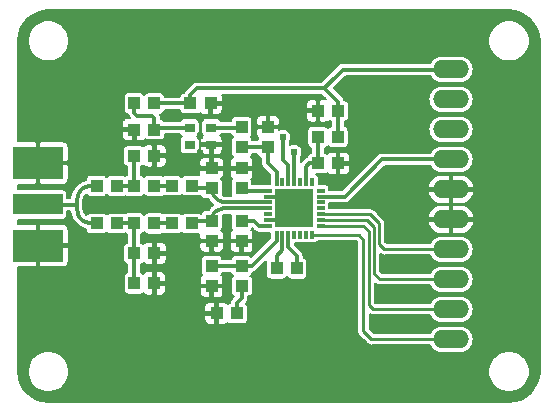
<source format=gtl>
G04 #@! TF.GenerationSoftware,KiCad,Pcbnew,5.1.10*
G04 #@! TF.CreationDate,2021-09-13T21:15:03+02:00*
G04 #@! TF.ProjectId,AX5043,41583530-3433-42e6-9b69-6361645f7063,rev?*
G04 #@! TF.SameCoordinates,Original*
G04 #@! TF.FileFunction,Copper,L1,Top*
G04 #@! TF.FilePolarity,Positive*
%FSLAX46Y46*%
G04 Gerber Fmt 4.6, Leading zero omitted, Abs format (unit mm)*
G04 Created by KiCad (PCBNEW 5.1.10) date 2021-09-13 21:15:03*
%MOMM*%
%LPD*%
G01*
G04 APERTURE LIST*
G04 #@! TA.AperFunction,SMDPad,CuDef*
%ADD10R,1.000000X1.100000*%
G04 #@! TD*
G04 #@! TA.AperFunction,SMDPad,CuDef*
%ADD11R,1.100000X1.000000*%
G04 #@! TD*
G04 #@! TA.AperFunction,ComponentPad*
%ADD12O,3.048000X1.524000*%
G04 #@! TD*
G04 #@! TA.AperFunction,SMDPad,CuDef*
%ADD13R,0.350000X0.650000*%
G04 #@! TD*
G04 #@! TA.AperFunction,SMDPad,CuDef*
%ADD14R,0.650000X0.350000*%
G04 #@! TD*
G04 #@! TA.AperFunction,SMDPad,CuDef*
%ADD15R,3.250000X3.250000*%
G04 #@! TD*
G04 #@! TA.AperFunction,SMDPad,CuDef*
%ADD16R,4.191000X2.667000*%
G04 #@! TD*
G04 #@! TA.AperFunction,SMDPad,CuDef*
%ADD17R,4.191000X1.778000*%
G04 #@! TD*
G04 #@! TA.AperFunction,SMDPad,CuDef*
%ADD18R,0.900000X0.800000*%
G04 #@! TD*
G04 #@! TA.AperFunction,ViaPad*
%ADD19C,0.606400*%
G04 #@! TD*
G04 #@! TA.AperFunction,Conductor*
%ADD20C,0.355600*%
G04 #@! TD*
G04 #@! TA.AperFunction,Conductor*
%ADD21C,0.356000*%
G04 #@! TD*
G04 #@! TA.AperFunction,Conductor*
%ADD22C,0.250000*%
G04 #@! TD*
G04 #@! TA.AperFunction,Conductor*
%ADD23C,0.177800*%
G04 #@! TD*
G04 #@! TA.AperFunction,Conductor*
%ADD24C,0.100000*%
G04 #@! TD*
G04 APERTURE END LIST*
D10*
X146368600Y-99993600D03*
X146368600Y-98293600D03*
X148591100Y-98293600D03*
X148591100Y-99993600D03*
X146368600Y-101786100D03*
X146368600Y-103486100D03*
X146368600Y-107931100D03*
X146368600Y-106231100D03*
D11*
X140438600Y-103271100D03*
X142138600Y-103271100D03*
X140438600Y-106446100D03*
X142138600Y-106446100D03*
X137263600Y-100731100D03*
X138963600Y-100731100D03*
X138963600Y-108986100D03*
X137263600Y-108986100D03*
X135788600Y-106446100D03*
X134088600Y-106446100D03*
X138963600Y-98508600D03*
X137263600Y-98508600D03*
X143726100Y-96286100D03*
X142026100Y-96286100D03*
X152821100Y-101366100D03*
X154521100Y-101366100D03*
X152821100Y-96921100D03*
X154521100Y-96921100D03*
D10*
X143828600Y-111741100D03*
X143828600Y-110041100D03*
D11*
X144248600Y-114066100D03*
X145948600Y-114066100D03*
D12*
X164084000Y-116268500D03*
X164084000Y-113728500D03*
X164084000Y-111188500D03*
X164084000Y-108648500D03*
X164084000Y-106108500D03*
X164084000Y-103568500D03*
X164084000Y-101028500D03*
X164084000Y-98488500D03*
X164084000Y-95948500D03*
X164084000Y-93408500D03*
D11*
X143828600Y-106231100D03*
X143828600Y-107931100D03*
X143828600Y-101786100D03*
X143828600Y-103486100D03*
D10*
X137263600Y-103271100D03*
X138963600Y-103271100D03*
X137263600Y-106446100D03*
X138963600Y-106446100D03*
X134088600Y-103271100D03*
X135788600Y-103271100D03*
X138963600Y-111526100D03*
X137263600Y-111526100D03*
X138963600Y-96286100D03*
X137263600Y-96286100D03*
X154521100Y-99143600D03*
X152821100Y-99143600D03*
X151028600Y-110256100D03*
X149328600Y-110256100D03*
D11*
X146368600Y-111741100D03*
X146368600Y-110041100D03*
D13*
X149313600Y-102926100D03*
X149813600Y-102926100D03*
X150313600Y-102926100D03*
X150813600Y-102926100D03*
X151313600Y-102926100D03*
X151813600Y-102926100D03*
X152313600Y-102926100D03*
D14*
X153063600Y-103676100D03*
X153063600Y-104176100D03*
X153063600Y-104676100D03*
X153063600Y-105176100D03*
X153063600Y-105676100D03*
X153063600Y-106176100D03*
X153063600Y-106676100D03*
D13*
X152313600Y-107426100D03*
X151813600Y-107426100D03*
X151313600Y-107426100D03*
X150813600Y-107426100D03*
X150313600Y-107426100D03*
X149813600Y-107426100D03*
X149313600Y-107426100D03*
D14*
X148563600Y-106676100D03*
X148563600Y-106176100D03*
X148563600Y-105676100D03*
X148563600Y-105176100D03*
X148563600Y-104676100D03*
X148563600Y-104176100D03*
X148563600Y-103676100D03*
D15*
X150813600Y-105176100D03*
D16*
X129115400Y-108333100D03*
X129115400Y-101343900D03*
D17*
X129115400Y-104838500D03*
D18*
X141950000Y-99785000D03*
X143800000Y-99785000D03*
X143800000Y-98335000D03*
X141950000Y-98335000D03*
D19*
X166307600Y-102821435D03*
X166307600Y-105510845D03*
X166307600Y-108200255D03*
X166307600Y-106855550D03*
X166307600Y-104166140D03*
X166307600Y-101476730D03*
X166307600Y-110889665D03*
X166307600Y-113579075D03*
X166307600Y-116268500D03*
X166307600Y-114923780D03*
X166307600Y-112234370D03*
X166307600Y-109544960D03*
X132081100Y-100096100D03*
X132081100Y-101048600D03*
X132081100Y-108668600D03*
X132081100Y-109621100D03*
X128588600Y-110573600D03*
X129541100Y-110573600D03*
X130493600Y-110573600D03*
X131446100Y-110573600D03*
X151766100Y-104223600D03*
X149861100Y-104223600D03*
X150813600Y-105176100D03*
X149861100Y-106128600D03*
X151766100Y-106128600D03*
X148273600Y-107716100D03*
X147638600Y-108351100D03*
X145098600Y-108986100D03*
X145098600Y-108033600D03*
X145098600Y-107081100D03*
X145098600Y-106128600D03*
X133351100Y-104858600D03*
X134303600Y-104858600D03*
X135256100Y-104858600D03*
X136208600Y-104858600D03*
X137161100Y-104858600D03*
X138113600Y-104858600D03*
X139066100Y-104858600D03*
X140018600Y-104858600D03*
X140971100Y-104858600D03*
X141923600Y-104858600D03*
X142876100Y-104858600D03*
X153353600Y-102636100D03*
X154306100Y-102636100D03*
X155258600Y-102636100D03*
X155893600Y-102001100D03*
X155893600Y-101048600D03*
X150813600Y-99143600D03*
X151448600Y-95968600D03*
X151448600Y-97238600D03*
X150813600Y-96603600D03*
X147638600Y-101366100D03*
X145098600Y-101048600D03*
X145098600Y-103588600D03*
X145098600Y-102318600D03*
X145098600Y-99778600D03*
X142875000Y-97472500D03*
X142876100Y-99060000D03*
X142876100Y-100520500D03*
X142558600Y-101683600D03*
X141606100Y-101683600D03*
X140653600Y-101683600D03*
X140336100Y-99461100D03*
X140336100Y-100413600D03*
X138431100Y-102001100D03*
X139701100Y-102001100D03*
X128588600Y-99143600D03*
X129541100Y-99143600D03*
X130493600Y-99143600D03*
X131446100Y-99143600D03*
X132081100Y-102001100D03*
X132081100Y-102953600D03*
X132081100Y-106763600D03*
X132081100Y-107716100D03*
X142241100Y-108033600D03*
X142241100Y-108986100D03*
X142241100Y-109938600D03*
X142241100Y-110891100D03*
X142241100Y-111843600D03*
X142241100Y-112796100D03*
X140336100Y-108033600D03*
X140336100Y-108986100D03*
X140336100Y-109938600D03*
X140336100Y-110891100D03*
X140336100Y-111843600D03*
X140336100Y-112796100D03*
X142241100Y-113748600D03*
X142241100Y-114701100D03*
X147956100Y-111843600D03*
X148908600Y-111843600D03*
X149861100Y-111843600D03*
X150813600Y-111843600D03*
X151766100Y-111843600D03*
X152718600Y-111843600D03*
X152718600Y-110891100D03*
X151448600Y-108351100D03*
X162180100Y-112478600D03*
X162180100Y-97238600D03*
X160656100Y-97238600D03*
X159703600Y-97238600D03*
X166307600Y-94753205D03*
X166307600Y-97442615D03*
X166307600Y-100132025D03*
X166307600Y-98787320D03*
X166307600Y-96097910D03*
X166307600Y-93408500D03*
X135573600Y-97556100D03*
X135573600Y-98508600D03*
X135573600Y-99461100D03*
X135573600Y-100413600D03*
X135573600Y-101366100D03*
X135573600Y-96603600D03*
X135573600Y-95651100D03*
X135573600Y-108033600D03*
X135573600Y-108986100D03*
X135573600Y-109938600D03*
X135573600Y-110891100D03*
X135573600Y-111843600D03*
X135573600Y-112796100D03*
X140336100Y-97238600D03*
X145098600Y-95968600D03*
X145098600Y-96921100D03*
X148908600Y-96603600D03*
X146686100Y-96603600D03*
X147956100Y-112796100D03*
X147956100Y-113748600D03*
X147956100Y-114701100D03*
X155893600Y-96921100D03*
X155893600Y-95968600D03*
X155893600Y-95016100D03*
X156845000Y-94678500D03*
X162180100Y-94698600D03*
X160656100Y-94698600D03*
X159703600Y-94698600D03*
X158751100Y-94698600D03*
X157798600Y-94698600D03*
X149861100Y-99143600D03*
X150813600Y-100413600D03*
D20*
X148563600Y-106176100D02*
X149813600Y-106176100D01*
X149813600Y-106176100D02*
X149861100Y-106128600D01*
X148563600Y-104176100D02*
X149813600Y-104176100D01*
X149813600Y-104176100D02*
X149861100Y-104223600D01*
X158370100Y-93428600D02*
X164085100Y-93428600D01*
X154521100Y-96921100D02*
X154521100Y-99143600D01*
X138963600Y-96286100D02*
X142026100Y-96286100D01*
X142026100Y-96286100D02*
X142026100Y-95548600D01*
X142026100Y-95548600D02*
X142558600Y-95016100D01*
X142558600Y-95016100D02*
X153353600Y-95016100D01*
X153353600Y-95016100D02*
X154521100Y-96183600D01*
X154521100Y-96921100D02*
X154521100Y-96183600D01*
X154315600Y-94054100D02*
X153353600Y-95016100D01*
D21*
X154941100Y-93428600D02*
X154315600Y-94054100D01*
X158370100Y-93428600D02*
X154941100Y-93428600D01*
D20*
X149313600Y-102926100D02*
X149313600Y-102088600D01*
X149313600Y-102088600D02*
X148591100Y-101366100D01*
X148591100Y-101366100D02*
X148591100Y-99993600D01*
X146368600Y-99993600D02*
X148591100Y-99993600D01*
X150313600Y-102926100D02*
X150313600Y-101501100D01*
X150313600Y-101501100D02*
X149861100Y-101048600D01*
X149861100Y-101048600D02*
X149861100Y-99143600D01*
X150813600Y-102926100D02*
X150813600Y-100413600D01*
X151813600Y-102926100D02*
X151813600Y-101636100D01*
X151813600Y-101636100D02*
X152083600Y-101366100D01*
X152083600Y-101366100D02*
X152821100Y-101366100D01*
X152821100Y-99143600D02*
X152821100Y-101366100D01*
X153063600Y-104176100D02*
X154332400Y-104176100D01*
D21*
X155094400Y-104176100D02*
X154332400Y-104176100D01*
X158242000Y-101028500D02*
X155094400Y-104176100D01*
X164084000Y-101028500D02*
X158242000Y-101028500D01*
D22*
X161417000Y-108648500D02*
X164084000Y-108648500D01*
X158019750Y-108235750D02*
X158432500Y-108648500D01*
X158432500Y-108648500D02*
X161417000Y-108648500D01*
X158019750Y-106457750D02*
X158019750Y-108235750D01*
X157238100Y-105676100D02*
X158019750Y-106457750D01*
X153063600Y-105676100D02*
X157238100Y-105676100D01*
X156976100Y-106176100D02*
X153063600Y-106176100D01*
X157569740Y-106769740D02*
X156976100Y-106176100D01*
X157569740Y-110706740D02*
X157569740Y-106769740D01*
X158051500Y-111188500D02*
X157569740Y-110706740D01*
X164084000Y-111188500D02*
X158051500Y-111188500D01*
X156671330Y-106676100D02*
X153063600Y-106676100D01*
X157119730Y-107124500D02*
X156671330Y-106676100D01*
X157119730Y-113368230D02*
X157119730Y-107124500D01*
X157480000Y-113728500D02*
X157119730Y-113368230D01*
X164084000Y-113728500D02*
X157480000Y-113728500D01*
X152313600Y-107426100D02*
X156257600Y-107426100D01*
X156257600Y-107426100D02*
X156669720Y-107838220D01*
X156669720Y-107838220D02*
X156669720Y-115585220D01*
X157924500Y-116268500D02*
X164084000Y-116268500D01*
X156669720Y-115585220D02*
X157353000Y-116268500D01*
X157353000Y-116268500D02*
X157924500Y-116268500D01*
D20*
X150313600Y-107426100D02*
X150313600Y-108486100D01*
X150313600Y-108486100D02*
X151028600Y-109201100D01*
X151028600Y-110256100D02*
X151028600Y-109201100D01*
X149813600Y-107426100D02*
X149813600Y-108716100D01*
X149813600Y-108716100D02*
X149328600Y-109201100D01*
X149328600Y-110256100D02*
X149328600Y-109201100D01*
X146368600Y-110041100D02*
X147218600Y-110041100D01*
X147218600Y-110041100D02*
X149313600Y-107946100D01*
X149313600Y-107426100D02*
X149313600Y-107946100D01*
X143828600Y-110041100D02*
X146368600Y-110041100D01*
X148563600Y-106676100D02*
X147868600Y-106676100D01*
X147868600Y-106676100D02*
X147423600Y-106231100D01*
X146368600Y-106231100D02*
X147423600Y-106231100D01*
X148563600Y-105176100D02*
X144883600Y-105176100D01*
X144883600Y-105176100D02*
X144883600Y-105176100D01*
X144883600Y-105176100D02*
X144648840Y-105202551D01*
X144648840Y-105202551D02*
X144425853Y-105280578D01*
X144425853Y-105280578D02*
X144225818Y-105406268D01*
X144225818Y-105406268D02*
X144058768Y-105573318D01*
X144058768Y-105573318D02*
X143933078Y-105773353D01*
X143933078Y-105773353D02*
X143828600Y-106231100D01*
X143828600Y-106231100D02*
X142353600Y-106231100D01*
X142353600Y-106231100D02*
X142353600Y-106231100D01*
X142353600Y-106231100D02*
X142246100Y-106259905D01*
X142246100Y-106259905D02*
X142167405Y-106338600D01*
X142167405Y-106338600D02*
X142138600Y-106446100D01*
X148563600Y-104676100D02*
X145018600Y-104676100D01*
X145018600Y-104676100D02*
X145018600Y-104676100D01*
X145018600Y-104676100D02*
X144786443Y-104653234D01*
X144786443Y-104653234D02*
X144563207Y-104585517D01*
X144563207Y-104585517D02*
X144357471Y-104475549D01*
X144357471Y-104475549D02*
X144177143Y-104327557D01*
X144177143Y-104327557D02*
X144029151Y-104147229D01*
X144029151Y-104147229D02*
X143919183Y-103941493D01*
X143919183Y-103941493D02*
X143828600Y-103486100D01*
X143828600Y-103486100D02*
X142353600Y-103486100D01*
X142353600Y-103486100D02*
X142353600Y-103486100D01*
X142353600Y-103486100D02*
X142246100Y-103457295D01*
X142246100Y-103457295D02*
X142167405Y-103378600D01*
X142167405Y-103378600D02*
X142138600Y-103271100D01*
X148563600Y-103676100D02*
X146368600Y-103676100D01*
X146368600Y-103676100D02*
X146368600Y-103486100D01*
X139078600Y-98393600D02*
X138963600Y-98508600D01*
D21*
X139137200Y-98335000D02*
X138963600Y-98508600D01*
X141950000Y-98335000D02*
X139137200Y-98335000D01*
D20*
X137263600Y-97068100D02*
X137263600Y-96286100D01*
X137541000Y-97345500D02*
X137263600Y-97068100D01*
X138747500Y-97345500D02*
X137541000Y-97345500D01*
X138963600Y-97561600D02*
X138747500Y-97345500D01*
X138963600Y-98508600D02*
X138963600Y-97561600D01*
D21*
X146327200Y-98335000D02*
X146368600Y-98293600D01*
X143800000Y-98335000D02*
X146327200Y-98335000D01*
D20*
X134088600Y-103271100D02*
X133668600Y-103271100D01*
X133668600Y-103271100D02*
X133668600Y-103271100D01*
X133668600Y-103271100D02*
X133420835Y-103295503D01*
X133420835Y-103295503D02*
X133182592Y-103367773D01*
X133182592Y-103367773D02*
X132963026Y-103485134D01*
X132963026Y-103485134D02*
X132770574Y-103643074D01*
X132770574Y-103643074D02*
X132612634Y-103835526D01*
X132612634Y-103835526D02*
X132495273Y-104055092D01*
X132495273Y-104055092D02*
X132398600Y-104541100D01*
X134088600Y-106446100D02*
X133668600Y-106446100D01*
X133668600Y-106446100D02*
X133668600Y-106446100D01*
X133668600Y-106446100D02*
X133420835Y-106421697D01*
X133420835Y-106421697D02*
X133182592Y-106349427D01*
X133182592Y-106349427D02*
X132963026Y-106232066D01*
X132963026Y-106232066D02*
X132770574Y-106074126D01*
X132770574Y-106074126D02*
X132612634Y-105881674D01*
X132612634Y-105881674D02*
X132495273Y-105662108D01*
X132495273Y-105662108D02*
X132398600Y-105176100D01*
X132398600Y-105176100D02*
X132398600Y-104858600D01*
X132398600Y-104858600D02*
X132398600Y-104541100D01*
X129116500Y-104858600D02*
X132398600Y-104858600D01*
X140438600Y-103271100D02*
X138963600Y-103271100D01*
X138963600Y-106446100D02*
X140438600Y-106446100D01*
X137263600Y-100731100D02*
X137263600Y-103271100D01*
X135788600Y-103271100D02*
X137263600Y-103271100D01*
X135788600Y-106446100D02*
X137263600Y-106446100D01*
X137263600Y-106446100D02*
X137263600Y-108986100D01*
X137263600Y-108986100D02*
X137263600Y-111526100D01*
X145948600Y-114066100D02*
X145948600Y-113216100D01*
X145948600Y-113216100D02*
X146368600Y-112796100D01*
X146368600Y-112796100D02*
X146368600Y-111741100D01*
D23*
X169500988Y-88469831D02*
X169982896Y-88615328D01*
X170427360Y-88851654D01*
X170817456Y-89169809D01*
X171138332Y-89557681D01*
X171377754Y-90000483D01*
X171526612Y-90481364D01*
X171581301Y-91001700D01*
X171581300Y-118979519D01*
X171530169Y-119500988D01*
X171384674Y-119982893D01*
X171148349Y-120427357D01*
X170830191Y-120817456D01*
X170442321Y-121138331D01*
X169999517Y-121377754D01*
X169518637Y-121526611D01*
X168998309Y-121581300D01*
X130020481Y-121581300D01*
X129499012Y-121530169D01*
X129017107Y-121384674D01*
X128572643Y-121148349D01*
X128182544Y-120830191D01*
X127861669Y-120442321D01*
X127622246Y-119999517D01*
X127473389Y-119518637D01*
X127418700Y-118998309D01*
X127418700Y-118828261D01*
X128256300Y-118828261D01*
X128256300Y-119171739D01*
X128323309Y-119508619D01*
X128454753Y-119825952D01*
X128645580Y-120111544D01*
X128888456Y-120354420D01*
X129174048Y-120545247D01*
X129491381Y-120676691D01*
X129828261Y-120743700D01*
X130171739Y-120743700D01*
X130508619Y-120676691D01*
X130825952Y-120545247D01*
X131111544Y-120354420D01*
X131354420Y-120111544D01*
X131545247Y-119825952D01*
X131676691Y-119508619D01*
X131743700Y-119171739D01*
X131743700Y-118828261D01*
X167256300Y-118828261D01*
X167256300Y-119171739D01*
X167323309Y-119508619D01*
X167454753Y-119825952D01*
X167645580Y-120111544D01*
X167888456Y-120354420D01*
X168174048Y-120545247D01*
X168491381Y-120676691D01*
X168828261Y-120743700D01*
X169171739Y-120743700D01*
X169508619Y-120676691D01*
X169825952Y-120545247D01*
X170111544Y-120354420D01*
X170354420Y-120111544D01*
X170545247Y-119825952D01*
X170676691Y-119508619D01*
X170743700Y-119171739D01*
X170743700Y-118828261D01*
X170676691Y-118491381D01*
X170545247Y-118174048D01*
X170354420Y-117888456D01*
X170111544Y-117645580D01*
X169825952Y-117454753D01*
X169508619Y-117323309D01*
X169171739Y-117256300D01*
X168828261Y-117256300D01*
X168491381Y-117323309D01*
X168174048Y-117454753D01*
X167888456Y-117645580D01*
X167645580Y-117888456D01*
X167454753Y-118174048D01*
X167323309Y-118491381D01*
X167256300Y-118828261D01*
X131743700Y-118828261D01*
X131676691Y-118491381D01*
X131545247Y-118174048D01*
X131354420Y-117888456D01*
X131111544Y-117645580D01*
X130825952Y-117454753D01*
X130508619Y-117323309D01*
X130171739Y-117256300D01*
X129828261Y-117256300D01*
X129491381Y-117323309D01*
X129174048Y-117454753D01*
X128888456Y-117645580D01*
X128645580Y-117888456D01*
X128454753Y-118174048D01*
X128323309Y-118491381D01*
X128256300Y-118828261D01*
X127418700Y-118828261D01*
X127418700Y-114566100D01*
X143201707Y-114566100D01*
X143211255Y-114663039D01*
X143239531Y-114756253D01*
X143285449Y-114842159D01*
X143347244Y-114917456D01*
X143422541Y-114979251D01*
X143508447Y-115025169D01*
X143601661Y-115053445D01*
X143698600Y-115062993D01*
X144011075Y-115060600D01*
X144134700Y-114936975D01*
X144134700Y-114180000D01*
X143327725Y-114180000D01*
X143204100Y-114303625D01*
X143201707Y-114566100D01*
X127418700Y-114566100D01*
X127418700Y-113566100D01*
X143201707Y-113566100D01*
X143204100Y-113828575D01*
X143327725Y-113952200D01*
X144134700Y-113952200D01*
X144134700Y-113195225D01*
X144011075Y-113071600D01*
X143698600Y-113069207D01*
X143601661Y-113078755D01*
X143508447Y-113107031D01*
X143422541Y-113152949D01*
X143347244Y-113214744D01*
X143285449Y-113290041D01*
X143239531Y-113375947D01*
X143211255Y-113469161D01*
X143201707Y-113566100D01*
X127418700Y-113566100D01*
X127418700Y-110162979D01*
X128877875Y-110161100D01*
X129001500Y-110037475D01*
X129001500Y-108447000D01*
X129229300Y-108447000D01*
X129229300Y-110037475D01*
X129352925Y-110161100D01*
X131210900Y-110163493D01*
X131307839Y-110153945D01*
X131401053Y-110125669D01*
X131486959Y-110079751D01*
X131562256Y-110017956D01*
X131624051Y-109942659D01*
X131669969Y-109856753D01*
X131698245Y-109763539D01*
X131707793Y-109666600D01*
X131705400Y-108570625D01*
X131581775Y-108447000D01*
X129229300Y-108447000D01*
X129001500Y-108447000D01*
X128981500Y-108447000D01*
X128981500Y-108219200D01*
X129001500Y-108219200D01*
X129001500Y-106628725D01*
X129229300Y-106628725D01*
X129229300Y-108219200D01*
X131581775Y-108219200D01*
X131705400Y-108095575D01*
X131707793Y-106999600D01*
X131698245Y-106902661D01*
X131669969Y-106809447D01*
X131624051Y-106723541D01*
X131562256Y-106648244D01*
X131486959Y-106586449D01*
X131401053Y-106540531D01*
X131307839Y-106512255D01*
X131210900Y-106502707D01*
X129352925Y-106505100D01*
X129229300Y-106628725D01*
X129001500Y-106628725D01*
X128877875Y-106505100D01*
X127418700Y-106503221D01*
X127418700Y-106123104D01*
X131210900Y-106123104D01*
X131288079Y-106115503D01*
X131362291Y-106092990D01*
X131430686Y-106056433D01*
X131490634Y-106007234D01*
X131539833Y-105947286D01*
X131576390Y-105878891D01*
X131598903Y-105804679D01*
X131606504Y-105727500D01*
X131606504Y-105430100D01*
X131866428Y-105430100D01*
X131923773Y-105718391D01*
X131923773Y-105718396D01*
X131945736Y-105828809D01*
X131956532Y-105854873D01*
X131964721Y-105881869D01*
X132017338Y-105980307D01*
X132095379Y-106126312D01*
X132106176Y-106152378D01*
X132121851Y-106175837D01*
X132168722Y-106245985D01*
X132188673Y-106265936D01*
X132310991Y-106414982D01*
X132326663Y-106438437D01*
X132406263Y-106518037D01*
X132429719Y-106533710D01*
X132578764Y-106656027D01*
X132598715Y-106675978D01*
X132668863Y-106722849D01*
X132668868Y-106722852D01*
X132692322Y-106738523D01*
X132718383Y-106749318D01*
X132888428Y-106840209D01*
X132911886Y-106855883D01*
X132989830Y-106888169D01*
X133015891Y-106898964D01*
X133043562Y-106904468D01*
X133142996Y-106934631D01*
X133142996Y-106946100D01*
X133150597Y-107023279D01*
X133173110Y-107097491D01*
X133209667Y-107165886D01*
X133258866Y-107225834D01*
X133318814Y-107275033D01*
X133387209Y-107311590D01*
X133461421Y-107334103D01*
X133538600Y-107341704D01*
X134638600Y-107341704D01*
X134715779Y-107334103D01*
X134789991Y-107311590D01*
X134858386Y-107275033D01*
X134918334Y-107225834D01*
X134938600Y-107201140D01*
X134958866Y-107225834D01*
X135018814Y-107275033D01*
X135087209Y-107311590D01*
X135161421Y-107334103D01*
X135238600Y-107341704D01*
X136338600Y-107341704D01*
X136415779Y-107334103D01*
X136489991Y-107311590D01*
X136512666Y-107299470D01*
X136543814Y-107325033D01*
X136612209Y-107361590D01*
X136686421Y-107384103D01*
X136692100Y-107384662D01*
X136692101Y-108092613D01*
X136636421Y-108098097D01*
X136562209Y-108120610D01*
X136493814Y-108157167D01*
X136433866Y-108206366D01*
X136384667Y-108266314D01*
X136348110Y-108334709D01*
X136325597Y-108408921D01*
X136317996Y-108486100D01*
X136317996Y-109486100D01*
X136325597Y-109563279D01*
X136348110Y-109637491D01*
X136384667Y-109705886D01*
X136433866Y-109765834D01*
X136493814Y-109815033D01*
X136562209Y-109851590D01*
X136636421Y-109874103D01*
X136692100Y-109879587D01*
X136692101Y-110587538D01*
X136686421Y-110588097D01*
X136612209Y-110610610D01*
X136543814Y-110647167D01*
X136483866Y-110696366D01*
X136434667Y-110756314D01*
X136398110Y-110824709D01*
X136375597Y-110898921D01*
X136367996Y-110976100D01*
X136367996Y-112076100D01*
X136375597Y-112153279D01*
X136398110Y-112227491D01*
X136434667Y-112295886D01*
X136483866Y-112355834D01*
X136543814Y-112405033D01*
X136612209Y-112441590D01*
X136686421Y-112464103D01*
X136763600Y-112471704D01*
X137763600Y-112471704D01*
X137840779Y-112464103D01*
X137914991Y-112441590D01*
X137983386Y-112405033D01*
X138043334Y-112355834D01*
X138048832Y-112349134D01*
X138050449Y-112352159D01*
X138112244Y-112427456D01*
X138187541Y-112489251D01*
X138273447Y-112535169D01*
X138366661Y-112563445D01*
X138463600Y-112572993D01*
X138726075Y-112570600D01*
X138849700Y-112446975D01*
X138849700Y-111640000D01*
X139077500Y-111640000D01*
X139077500Y-112446975D01*
X139201125Y-112570600D01*
X139463600Y-112572993D01*
X139560539Y-112563445D01*
X139653753Y-112535169D01*
X139739659Y-112489251D01*
X139814956Y-112427456D01*
X139876751Y-112352159D01*
X139909387Y-112291100D01*
X142831707Y-112291100D01*
X142841255Y-112388039D01*
X142869531Y-112481253D01*
X142915449Y-112567159D01*
X142977244Y-112642456D01*
X143052541Y-112704251D01*
X143138447Y-112750169D01*
X143231661Y-112778445D01*
X143328600Y-112787993D01*
X143591075Y-112785600D01*
X143714700Y-112661975D01*
X143714700Y-111855000D01*
X143942500Y-111855000D01*
X143942500Y-112661975D01*
X144066125Y-112785600D01*
X144328600Y-112787993D01*
X144425539Y-112778445D01*
X144518753Y-112750169D01*
X144604659Y-112704251D01*
X144679956Y-112642456D01*
X144741751Y-112567159D01*
X144787669Y-112481253D01*
X144815945Y-112388039D01*
X144825493Y-112291100D01*
X144823100Y-111978625D01*
X144699475Y-111855000D01*
X143942500Y-111855000D01*
X143714700Y-111855000D01*
X142957725Y-111855000D01*
X142834100Y-111978625D01*
X142831707Y-112291100D01*
X139909387Y-112291100D01*
X139922669Y-112266253D01*
X139950945Y-112173039D01*
X139960493Y-112076100D01*
X139958100Y-111763625D01*
X139834475Y-111640000D01*
X139077500Y-111640000D01*
X138849700Y-111640000D01*
X138829700Y-111640000D01*
X138829700Y-111412200D01*
X138849700Y-111412200D01*
X138849700Y-110605225D01*
X139077500Y-110605225D01*
X139077500Y-111412200D01*
X139834475Y-111412200D01*
X139958100Y-111288575D01*
X139960493Y-110976100D01*
X139950945Y-110879161D01*
X139922669Y-110785947D01*
X139876751Y-110700041D01*
X139814956Y-110624744D01*
X139739659Y-110562949D01*
X139653753Y-110517031D01*
X139560539Y-110488755D01*
X139463600Y-110479207D01*
X139201125Y-110481600D01*
X139077500Y-110605225D01*
X138849700Y-110605225D01*
X138726075Y-110481600D01*
X138463600Y-110479207D01*
X138366661Y-110488755D01*
X138273447Y-110517031D01*
X138187541Y-110562949D01*
X138112244Y-110624744D01*
X138050449Y-110700041D01*
X138048832Y-110703066D01*
X138043334Y-110696366D01*
X137983386Y-110647167D01*
X137914991Y-110610610D01*
X137840779Y-110588097D01*
X137835100Y-110587538D01*
X137835100Y-109879587D01*
X137890779Y-109874103D01*
X137964991Y-109851590D01*
X138033386Y-109815033D01*
X138039634Y-109809905D01*
X138062244Y-109837456D01*
X138137541Y-109899251D01*
X138223447Y-109945169D01*
X138316661Y-109973445D01*
X138413600Y-109982993D01*
X138726075Y-109980600D01*
X138849700Y-109856975D01*
X138849700Y-109100000D01*
X139077500Y-109100000D01*
X139077500Y-109856975D01*
X139201125Y-109980600D01*
X139513600Y-109982993D01*
X139610539Y-109973445D01*
X139703753Y-109945169D01*
X139789659Y-109899251D01*
X139864956Y-109837456D01*
X139926751Y-109762159D01*
X139972669Y-109676253D01*
X140000945Y-109583039D01*
X140010493Y-109486100D01*
X140008100Y-109223625D01*
X139884475Y-109100000D01*
X139077500Y-109100000D01*
X138849700Y-109100000D01*
X138829700Y-109100000D01*
X138829700Y-108872200D01*
X138849700Y-108872200D01*
X138849700Y-108115225D01*
X139077500Y-108115225D01*
X139077500Y-108872200D01*
X139884475Y-108872200D01*
X140008100Y-108748575D01*
X140010493Y-108486100D01*
X140005076Y-108431100D01*
X142781707Y-108431100D01*
X142791255Y-108528039D01*
X142819531Y-108621253D01*
X142865449Y-108707159D01*
X142927244Y-108782456D01*
X143002541Y-108844251D01*
X143088447Y-108890169D01*
X143181661Y-108918445D01*
X143278600Y-108927993D01*
X143591075Y-108925600D01*
X143714700Y-108801975D01*
X143714700Y-108045000D01*
X143942500Y-108045000D01*
X143942500Y-108801975D01*
X144066125Y-108925600D01*
X144378600Y-108927993D01*
X144475539Y-108918445D01*
X144568753Y-108890169D01*
X144654659Y-108844251D01*
X144729956Y-108782456D01*
X144791751Y-108707159D01*
X144837669Y-108621253D01*
X144865945Y-108528039D01*
X144870568Y-108481100D01*
X145371707Y-108481100D01*
X145381255Y-108578039D01*
X145409531Y-108671253D01*
X145455449Y-108757159D01*
X145517244Y-108832456D01*
X145592541Y-108894251D01*
X145678447Y-108940169D01*
X145771661Y-108968445D01*
X145868600Y-108977993D01*
X146131075Y-108975600D01*
X146254700Y-108851975D01*
X146254700Y-108045000D01*
X146482500Y-108045000D01*
X146482500Y-108851975D01*
X146606125Y-108975600D01*
X146868600Y-108977993D01*
X146965539Y-108968445D01*
X147058753Y-108940169D01*
X147144659Y-108894251D01*
X147219956Y-108832456D01*
X147281751Y-108757159D01*
X147327669Y-108671253D01*
X147355945Y-108578039D01*
X147365493Y-108481100D01*
X147363100Y-108168625D01*
X147239475Y-108045000D01*
X146482500Y-108045000D01*
X146254700Y-108045000D01*
X145497725Y-108045000D01*
X145374100Y-108168625D01*
X145371707Y-108481100D01*
X144870568Y-108481100D01*
X144875493Y-108431100D01*
X144873100Y-108168625D01*
X144749475Y-108045000D01*
X143942500Y-108045000D01*
X143714700Y-108045000D01*
X142907725Y-108045000D01*
X142784100Y-108168625D01*
X142781707Y-108431100D01*
X140005076Y-108431100D01*
X140000945Y-108389161D01*
X139972669Y-108295947D01*
X139926751Y-108210041D01*
X139864956Y-108134744D01*
X139789659Y-108072949D01*
X139703753Y-108027031D01*
X139610539Y-107998755D01*
X139513600Y-107989207D01*
X139201125Y-107991600D01*
X139077500Y-108115225D01*
X138849700Y-108115225D01*
X138726075Y-107991600D01*
X138413600Y-107989207D01*
X138316661Y-107998755D01*
X138223447Y-108027031D01*
X138137541Y-108072949D01*
X138062244Y-108134744D01*
X138039634Y-108162295D01*
X138033386Y-108157167D01*
X137964991Y-108120610D01*
X137890779Y-108098097D01*
X137835100Y-108092613D01*
X137835100Y-107384662D01*
X137840779Y-107384103D01*
X137914991Y-107361590D01*
X137983386Y-107325033D01*
X138043334Y-107275834D01*
X138092533Y-107215886D01*
X138113600Y-107176471D01*
X138134667Y-107215886D01*
X138183866Y-107275834D01*
X138243814Y-107325033D01*
X138312209Y-107361590D01*
X138386421Y-107384103D01*
X138463600Y-107391704D01*
X139463600Y-107391704D01*
X139540779Y-107384103D01*
X139614991Y-107361590D01*
X139683386Y-107325033D01*
X139714534Y-107299470D01*
X139737209Y-107311590D01*
X139811421Y-107334103D01*
X139888600Y-107341704D01*
X140988600Y-107341704D01*
X141065779Y-107334103D01*
X141139991Y-107311590D01*
X141208386Y-107275033D01*
X141268334Y-107225834D01*
X141288600Y-107201140D01*
X141308866Y-107225834D01*
X141368814Y-107275033D01*
X141437209Y-107311590D01*
X141511421Y-107334103D01*
X141588600Y-107341704D01*
X142688600Y-107341704D01*
X142765779Y-107334103D01*
X142793856Y-107325585D01*
X142791255Y-107334161D01*
X142781707Y-107431100D01*
X142784100Y-107693575D01*
X142907725Y-107817200D01*
X143714700Y-107817200D01*
X143714700Y-107797200D01*
X143942500Y-107797200D01*
X143942500Y-107817200D01*
X144749475Y-107817200D01*
X144873100Y-107693575D01*
X144875493Y-107431100D01*
X144865945Y-107334161D01*
X144837669Y-107240947D01*
X144791751Y-107155041D01*
X144729956Y-107079744D01*
X144654659Y-107017949D01*
X144651634Y-107016332D01*
X144658334Y-107010834D01*
X144707533Y-106950886D01*
X144744090Y-106882491D01*
X144766603Y-106808279D01*
X144774204Y-106731100D01*
X144774204Y-105764161D01*
X144776815Y-105763247D01*
X144915690Y-105747600D01*
X145472996Y-105747600D01*
X145472996Y-106781100D01*
X145480597Y-106858279D01*
X145503110Y-106932491D01*
X145539667Y-107000886D01*
X145544795Y-107007134D01*
X145517244Y-107029744D01*
X145455449Y-107105041D01*
X145409531Y-107190947D01*
X145381255Y-107284161D01*
X145371707Y-107381100D01*
X145374100Y-107693575D01*
X145497725Y-107817200D01*
X146254700Y-107817200D01*
X146254700Y-107797200D01*
X146482500Y-107797200D01*
X146482500Y-107817200D01*
X147239475Y-107817200D01*
X147363100Y-107693575D01*
X147365493Y-107381100D01*
X147355945Y-107284161D01*
X147327669Y-107190947D01*
X147281751Y-107105041D01*
X147219956Y-107029744D01*
X147192405Y-107007134D01*
X147197533Y-107000886D01*
X147234090Y-106932491D01*
X147253334Y-106869056D01*
X147444634Y-107060357D01*
X147462533Y-107082167D01*
X147507540Y-107119103D01*
X147549555Y-107153584D01*
X147648838Y-107206652D01*
X147756566Y-107239331D01*
X147868599Y-107250365D01*
X147896673Y-107247600D01*
X148591674Y-107247600D01*
X148600772Y-107246704D01*
X148742996Y-107246704D01*
X148742996Y-107388929D01*
X148742100Y-107398027D01*
X148742100Y-107709377D01*
X147193818Y-109257660D01*
X147138386Y-109212167D01*
X147069991Y-109175610D01*
X146995779Y-109153097D01*
X146918600Y-109145496D01*
X145818600Y-109145496D01*
X145741421Y-109153097D01*
X145667209Y-109175610D01*
X145598814Y-109212167D01*
X145538866Y-109261366D01*
X145489667Y-109321314D01*
X145453110Y-109389709D01*
X145430597Y-109463921D01*
X145430038Y-109469600D01*
X144722087Y-109469600D01*
X144716603Y-109413921D01*
X144694090Y-109339709D01*
X144657533Y-109271314D01*
X144608334Y-109211366D01*
X144548386Y-109162167D01*
X144479991Y-109125610D01*
X144405779Y-109103097D01*
X144328600Y-109095496D01*
X143328600Y-109095496D01*
X143251421Y-109103097D01*
X143177209Y-109125610D01*
X143108814Y-109162167D01*
X143048866Y-109211366D01*
X142999667Y-109271314D01*
X142963110Y-109339709D01*
X142940597Y-109413921D01*
X142932996Y-109491100D01*
X142932996Y-110591100D01*
X142940597Y-110668279D01*
X142963110Y-110742491D01*
X142999667Y-110810886D01*
X143004795Y-110817134D01*
X142977244Y-110839744D01*
X142915449Y-110915041D01*
X142869531Y-111000947D01*
X142841255Y-111094161D01*
X142831707Y-111191100D01*
X142834100Y-111503575D01*
X142957725Y-111627200D01*
X143714700Y-111627200D01*
X143714700Y-111607200D01*
X143942500Y-111607200D01*
X143942500Y-111627200D01*
X144699475Y-111627200D01*
X144823100Y-111503575D01*
X144825493Y-111191100D01*
X144815945Y-111094161D01*
X144787669Y-111000947D01*
X144741751Y-110915041D01*
X144679956Y-110839744D01*
X144652405Y-110817134D01*
X144657533Y-110810886D01*
X144694090Y-110742491D01*
X144716603Y-110668279D01*
X144722087Y-110612600D01*
X145430038Y-110612600D01*
X145430597Y-110618279D01*
X145453110Y-110692491D01*
X145489667Y-110760886D01*
X145538866Y-110820834D01*
X145598814Y-110870033D01*
X145638229Y-110891100D01*
X145598814Y-110912167D01*
X145538866Y-110961366D01*
X145489667Y-111021314D01*
X145453110Y-111089709D01*
X145430597Y-111163921D01*
X145422996Y-111241100D01*
X145422996Y-112241100D01*
X145430597Y-112318279D01*
X145453110Y-112392491D01*
X145489667Y-112460886D01*
X145538866Y-112520834D01*
X145598814Y-112570033D01*
X145667209Y-112606590D01*
X145730644Y-112625834D01*
X145564343Y-112792135D01*
X145542534Y-112810033D01*
X145512178Y-112847022D01*
X145471116Y-112897056D01*
X145418048Y-112996339D01*
X145385369Y-113104067D01*
X145378633Y-113172462D01*
X145321421Y-113178097D01*
X145247209Y-113200610D01*
X145178814Y-113237167D01*
X145172566Y-113242295D01*
X145149956Y-113214744D01*
X145074659Y-113152949D01*
X144988753Y-113107031D01*
X144895539Y-113078755D01*
X144798600Y-113069207D01*
X144486125Y-113071600D01*
X144362500Y-113195225D01*
X144362500Y-113952200D01*
X144382500Y-113952200D01*
X144382500Y-114180000D01*
X144362500Y-114180000D01*
X144362500Y-114936975D01*
X144486125Y-115060600D01*
X144798600Y-115062993D01*
X144895539Y-115053445D01*
X144988753Y-115025169D01*
X145074659Y-114979251D01*
X145149956Y-114917456D01*
X145172566Y-114889905D01*
X145178814Y-114895033D01*
X145247209Y-114931590D01*
X145321421Y-114954103D01*
X145398600Y-114961704D01*
X146498600Y-114961704D01*
X146575779Y-114954103D01*
X146649991Y-114931590D01*
X146718386Y-114895033D01*
X146778334Y-114845834D01*
X146827533Y-114785886D01*
X146864090Y-114717491D01*
X146886603Y-114643279D01*
X146894204Y-114566100D01*
X146894204Y-113566100D01*
X146886603Y-113488921D01*
X146864090Y-113414709D01*
X146827533Y-113346314D01*
X146778334Y-113286366D01*
X146727926Y-113244997D01*
X146752858Y-113220065D01*
X146774667Y-113202167D01*
X146846084Y-113115145D01*
X146899152Y-113015862D01*
X146931831Y-112908134D01*
X146940100Y-112824174D01*
X146940100Y-112824173D01*
X146942865Y-112796100D01*
X146940100Y-112768026D01*
X146940100Y-112634587D01*
X146995779Y-112629103D01*
X147069991Y-112606590D01*
X147138386Y-112570033D01*
X147198334Y-112520834D01*
X147247533Y-112460886D01*
X147284090Y-112392491D01*
X147306603Y-112318279D01*
X147314204Y-112241100D01*
X147314204Y-111241100D01*
X147306603Y-111163921D01*
X147284090Y-111089709D01*
X147247533Y-111021314D01*
X147198334Y-110961366D01*
X147138386Y-110912167D01*
X147098971Y-110891100D01*
X147138386Y-110870033D01*
X147198334Y-110820834D01*
X147247533Y-110760886D01*
X147284090Y-110692491D01*
X147306603Y-110618279D01*
X147307755Y-110606584D01*
X147330634Y-110604331D01*
X147438362Y-110571652D01*
X147537645Y-110518584D01*
X147624667Y-110447167D01*
X147642570Y-110425352D01*
X148441292Y-109626631D01*
X148440597Y-109628921D01*
X148432996Y-109706100D01*
X148432996Y-110806100D01*
X148440597Y-110883279D01*
X148463110Y-110957491D01*
X148499667Y-111025886D01*
X148548866Y-111085834D01*
X148608814Y-111135033D01*
X148677209Y-111171590D01*
X148751421Y-111194103D01*
X148828600Y-111201704D01*
X149828600Y-111201704D01*
X149905779Y-111194103D01*
X149979991Y-111171590D01*
X150048386Y-111135033D01*
X150108334Y-111085834D01*
X150157533Y-111025886D01*
X150178600Y-110986471D01*
X150199667Y-111025886D01*
X150248866Y-111085834D01*
X150308814Y-111135033D01*
X150377209Y-111171590D01*
X150451421Y-111194103D01*
X150528600Y-111201704D01*
X151528600Y-111201704D01*
X151605779Y-111194103D01*
X151679991Y-111171590D01*
X151748386Y-111135033D01*
X151808334Y-111085834D01*
X151857533Y-111025886D01*
X151894090Y-110957491D01*
X151916603Y-110883279D01*
X151924204Y-110806100D01*
X151924204Y-109706100D01*
X151916603Y-109628921D01*
X151894090Y-109554709D01*
X151857533Y-109486314D01*
X151808334Y-109426366D01*
X151748386Y-109377167D01*
X151679991Y-109340610D01*
X151605779Y-109318097D01*
X151600100Y-109317538D01*
X151600100Y-109229174D01*
X151602865Y-109201100D01*
X151591831Y-109089066D01*
X151559152Y-108981338D01*
X151506084Y-108882055D01*
X151461831Y-108828133D01*
X151434667Y-108795033D01*
X151412857Y-108777134D01*
X150885100Y-108249378D01*
X150885100Y-108146704D01*
X150988600Y-108146704D01*
X151063600Y-108139318D01*
X151138600Y-108146704D01*
X151488600Y-108146704D01*
X151563600Y-108139318D01*
X151638600Y-108146704D01*
X151988600Y-108146704D01*
X152063600Y-108139318D01*
X152138600Y-108146704D01*
X152488600Y-108146704D01*
X152565779Y-108139103D01*
X152639991Y-108116590D01*
X152708386Y-108080033D01*
X152768334Y-108030834D01*
X152817533Y-107970886D01*
X152831476Y-107944800D01*
X156042748Y-107944800D01*
X156151020Y-108053073D01*
X156151021Y-115559746D01*
X156148512Y-115585220D01*
X156158527Y-115686902D01*
X156188186Y-115784677D01*
X156236351Y-115874788D01*
X156284931Y-115933983D01*
X156284938Y-115933990D01*
X156301171Y-115953770D01*
X156320951Y-115970003D01*
X156968216Y-116617269D01*
X156984450Y-116637050D01*
X157004230Y-116653283D01*
X157004236Y-116653289D01*
X157063432Y-116701869D01*
X157153542Y-116750034D01*
X157251317Y-116779694D01*
X157327526Y-116787200D01*
X157327536Y-116787200D01*
X157353000Y-116789708D01*
X157378464Y-116787200D01*
X162288817Y-116787200D01*
X162356422Y-116913679D01*
X162500843Y-117089657D01*
X162676821Y-117234078D01*
X162877593Y-117341393D01*
X163095443Y-117407477D01*
X163265234Y-117424200D01*
X164902766Y-117424200D01*
X165072557Y-117407477D01*
X165290407Y-117341393D01*
X165491179Y-117234078D01*
X165667157Y-117089657D01*
X165811578Y-116913679D01*
X165918893Y-116712907D01*
X165984977Y-116495057D01*
X166007291Y-116268500D01*
X165984977Y-116041943D01*
X165918893Y-115824093D01*
X165811578Y-115623321D01*
X165667157Y-115447343D01*
X165491179Y-115302922D01*
X165290407Y-115195607D01*
X165072557Y-115129523D01*
X164902766Y-115112800D01*
X163265234Y-115112800D01*
X163095443Y-115129523D01*
X162877593Y-115195607D01*
X162676821Y-115302922D01*
X162500843Y-115447343D01*
X162356422Y-115623321D01*
X162288817Y-115749800D01*
X157567853Y-115749800D01*
X157188420Y-115370368D01*
X157188420Y-114160218D01*
X157190432Y-114161869D01*
X157280542Y-114210034D01*
X157378317Y-114239694D01*
X157454526Y-114247200D01*
X157454536Y-114247200D01*
X157480000Y-114249708D01*
X157505464Y-114247200D01*
X162288817Y-114247200D01*
X162356422Y-114373679D01*
X162500843Y-114549657D01*
X162676821Y-114694078D01*
X162877593Y-114801393D01*
X163095443Y-114867477D01*
X163265234Y-114884200D01*
X164902766Y-114884200D01*
X165072557Y-114867477D01*
X165290407Y-114801393D01*
X165491179Y-114694078D01*
X165667157Y-114549657D01*
X165811578Y-114373679D01*
X165918893Y-114172907D01*
X165984977Y-113955057D01*
X166007291Y-113728500D01*
X165984977Y-113501943D01*
X165918893Y-113284093D01*
X165811578Y-113083321D01*
X165667157Y-112907343D01*
X165491179Y-112762922D01*
X165290407Y-112655607D01*
X165072557Y-112589523D01*
X164902766Y-112572800D01*
X163265234Y-112572800D01*
X163095443Y-112589523D01*
X162877593Y-112655607D01*
X162676821Y-112762922D01*
X162500843Y-112907343D01*
X162356422Y-113083321D01*
X162288817Y-113209800D01*
X157694853Y-113209800D01*
X157638430Y-113153378D01*
X157638430Y-111508983D01*
X157666716Y-111537269D01*
X157682950Y-111557050D01*
X157702730Y-111573283D01*
X157702736Y-111573289D01*
X157761932Y-111621869D01*
X157852042Y-111670034D01*
X157949817Y-111699694D01*
X158026026Y-111707200D01*
X158026036Y-111707200D01*
X158051500Y-111709708D01*
X158076964Y-111707200D01*
X162288817Y-111707200D01*
X162356422Y-111833679D01*
X162500843Y-112009657D01*
X162676821Y-112154078D01*
X162877593Y-112261393D01*
X163095443Y-112327477D01*
X163265234Y-112344200D01*
X164902766Y-112344200D01*
X165072557Y-112327477D01*
X165290407Y-112261393D01*
X165491179Y-112154078D01*
X165667157Y-112009657D01*
X165811578Y-111833679D01*
X165918893Y-111632907D01*
X165984977Y-111415057D01*
X166007291Y-111188500D01*
X165984977Y-110961943D01*
X165918893Y-110744093D01*
X165811578Y-110543321D01*
X165667157Y-110367343D01*
X165491179Y-110222922D01*
X165290407Y-110115607D01*
X165072557Y-110049523D01*
X164902766Y-110032800D01*
X163265234Y-110032800D01*
X163095443Y-110049523D01*
X162877593Y-110115607D01*
X162676821Y-110222922D01*
X162500843Y-110367343D01*
X162356422Y-110543321D01*
X162288817Y-110669800D01*
X158266353Y-110669800D01*
X158088440Y-110491888D01*
X158088440Y-109037149D01*
X158103284Y-109049331D01*
X158142932Y-109081869D01*
X158233042Y-109130034D01*
X158330817Y-109159694D01*
X158407026Y-109167200D01*
X158407036Y-109167200D01*
X158432500Y-109169708D01*
X158457964Y-109167200D01*
X162288817Y-109167200D01*
X162356422Y-109293679D01*
X162500843Y-109469657D01*
X162676821Y-109614078D01*
X162877593Y-109721393D01*
X163095443Y-109787477D01*
X163265234Y-109804200D01*
X164902766Y-109804200D01*
X165072557Y-109787477D01*
X165290407Y-109721393D01*
X165491179Y-109614078D01*
X165667157Y-109469657D01*
X165811578Y-109293679D01*
X165918893Y-109092907D01*
X165984977Y-108875057D01*
X166007291Y-108648500D01*
X165984977Y-108421943D01*
X165918893Y-108204093D01*
X165811578Y-108003321D01*
X165667157Y-107827343D01*
X165491179Y-107682922D01*
X165290407Y-107575607D01*
X165072557Y-107509523D01*
X164902766Y-107492800D01*
X163265234Y-107492800D01*
X163095443Y-107509523D01*
X162877593Y-107575607D01*
X162676821Y-107682922D01*
X162500843Y-107827343D01*
X162356422Y-108003321D01*
X162288817Y-108129800D01*
X158647353Y-108129800D01*
X158538450Y-108020898D01*
X158538450Y-106483213D01*
X158540958Y-106457749D01*
X158538450Y-106432285D01*
X158538450Y-106432276D01*
X158536921Y-106416748D01*
X162103897Y-106416748D01*
X162117558Y-106484111D01*
X162213979Y-106711869D01*
X162352981Y-106916440D01*
X162529222Y-107089962D01*
X162735929Y-107225767D01*
X162965158Y-107318636D01*
X163208100Y-107365000D01*
X163970100Y-107365000D01*
X163970100Y-106222400D01*
X164197900Y-106222400D01*
X164197900Y-107365000D01*
X164959900Y-107365000D01*
X165202842Y-107318636D01*
X165432071Y-107225767D01*
X165638778Y-107089962D01*
X165815019Y-106916440D01*
X165954021Y-106711869D01*
X166050442Y-106484111D01*
X166064103Y-106416748D01*
X165973135Y-106222400D01*
X164197900Y-106222400D01*
X163970100Y-106222400D01*
X162194865Y-106222400D01*
X162103897Y-106416748D01*
X158536921Y-106416748D01*
X158530944Y-106356067D01*
X158501284Y-106258292D01*
X158494705Y-106245983D01*
X158453119Y-106168181D01*
X158404539Y-106108986D01*
X158404533Y-106108980D01*
X158388300Y-106089200D01*
X158368519Y-106072966D01*
X158095805Y-105800252D01*
X162103897Y-105800252D01*
X162194865Y-105994600D01*
X163970100Y-105994600D01*
X163970100Y-104852000D01*
X164197900Y-104852000D01*
X164197900Y-105994600D01*
X165973135Y-105994600D01*
X166064103Y-105800252D01*
X166050442Y-105732889D01*
X165954021Y-105505131D01*
X165815019Y-105300560D01*
X165638778Y-105127038D01*
X165432071Y-104991233D01*
X165202842Y-104898364D01*
X164959900Y-104852000D01*
X164197900Y-104852000D01*
X163970100Y-104852000D01*
X163208100Y-104852000D01*
X162965158Y-104898364D01*
X162735929Y-104991233D01*
X162529222Y-105127038D01*
X162352981Y-105300560D01*
X162213979Y-105505131D01*
X162117558Y-105732889D01*
X162103897Y-105800252D01*
X158095805Y-105800252D01*
X157622888Y-105327336D01*
X157606650Y-105307550D01*
X157585266Y-105290000D01*
X157527668Y-105242731D01*
X157521307Y-105239331D01*
X157437558Y-105194566D01*
X157339783Y-105164906D01*
X157263574Y-105157400D01*
X157263564Y-105157400D01*
X157238100Y-105154892D01*
X157212636Y-105157400D01*
X153784204Y-105157400D01*
X153784204Y-105001100D01*
X153776818Y-104926100D01*
X153784204Y-104851100D01*
X153784204Y-104747600D01*
X154302285Y-104747600D01*
X154304316Y-104747800D01*
X155066319Y-104747800D01*
X155094400Y-104750566D01*
X155122481Y-104747800D01*
X155122484Y-104747800D01*
X155206473Y-104739528D01*
X155314239Y-104706837D01*
X155413556Y-104653751D01*
X155500609Y-104582309D01*
X155518516Y-104560489D01*
X156202257Y-103876748D01*
X162103897Y-103876748D01*
X162117558Y-103944111D01*
X162213979Y-104171869D01*
X162352981Y-104376440D01*
X162529222Y-104549962D01*
X162735929Y-104685767D01*
X162965158Y-104778636D01*
X163208100Y-104825000D01*
X163970100Y-104825000D01*
X163970100Y-103682400D01*
X164197900Y-103682400D01*
X164197900Y-104825000D01*
X164959900Y-104825000D01*
X165202842Y-104778636D01*
X165432071Y-104685767D01*
X165638778Y-104549962D01*
X165815019Y-104376440D01*
X165954021Y-104171869D01*
X166050442Y-103944111D01*
X166064103Y-103876748D01*
X165973135Y-103682400D01*
X164197900Y-103682400D01*
X163970100Y-103682400D01*
X162194865Y-103682400D01*
X162103897Y-103876748D01*
X156202257Y-103876748D01*
X156818753Y-103260252D01*
X162103897Y-103260252D01*
X162194865Y-103454600D01*
X163970100Y-103454600D01*
X163970100Y-102312000D01*
X164197900Y-102312000D01*
X164197900Y-103454600D01*
X165973135Y-103454600D01*
X166064103Y-103260252D01*
X166050442Y-103192889D01*
X165954021Y-102965131D01*
X165815019Y-102760560D01*
X165638778Y-102587038D01*
X165432071Y-102451233D01*
X165202842Y-102358364D01*
X164959900Y-102312000D01*
X164197900Y-102312000D01*
X163970100Y-102312000D01*
X163208100Y-102312000D01*
X162965158Y-102358364D01*
X162735929Y-102451233D01*
X162529222Y-102587038D01*
X162352981Y-102760560D01*
X162213979Y-102965131D01*
X162117558Y-103192889D01*
X162103897Y-103260252D01*
X156818753Y-103260252D01*
X158478806Y-101600200D01*
X162317147Y-101600200D01*
X162356422Y-101673679D01*
X162500843Y-101849657D01*
X162676821Y-101994078D01*
X162877593Y-102101393D01*
X163095443Y-102167477D01*
X163265234Y-102184200D01*
X164902766Y-102184200D01*
X165072557Y-102167477D01*
X165290407Y-102101393D01*
X165491179Y-101994078D01*
X165667157Y-101849657D01*
X165811578Y-101673679D01*
X165918893Y-101472907D01*
X165984977Y-101255057D01*
X166007291Y-101028500D01*
X165984977Y-100801943D01*
X165918893Y-100584093D01*
X165811578Y-100383321D01*
X165667157Y-100207343D01*
X165491179Y-100062922D01*
X165290407Y-99955607D01*
X165072557Y-99889523D01*
X164902766Y-99872800D01*
X163265234Y-99872800D01*
X163095443Y-99889523D01*
X162877593Y-99955607D01*
X162676821Y-100062922D01*
X162500843Y-100207343D01*
X162356422Y-100383321D01*
X162317147Y-100456800D01*
X158270082Y-100456800D01*
X158242000Y-100454034D01*
X158213918Y-100456800D01*
X158213916Y-100456800D01*
X158129927Y-100465072D01*
X158022161Y-100497763D01*
X157922844Y-100550849D01*
X157835791Y-100622291D01*
X157817888Y-100644106D01*
X154857595Y-103604400D01*
X154304316Y-103604400D01*
X154302285Y-103604600D01*
X153784204Y-103604600D01*
X153784204Y-103501100D01*
X153776603Y-103423921D01*
X153754090Y-103349709D01*
X153717533Y-103281314D01*
X153668334Y-103221366D01*
X153608386Y-103172167D01*
X153539991Y-103135610D01*
X153465779Y-103113097D01*
X153388600Y-103105496D01*
X152884204Y-103105496D01*
X152884204Y-102601100D01*
X152876603Y-102523921D01*
X152854090Y-102449709D01*
X152817533Y-102381314D01*
X152768334Y-102321366D01*
X152708386Y-102272167D01*
X152688811Y-102261704D01*
X153371100Y-102261704D01*
X153448279Y-102254103D01*
X153522491Y-102231590D01*
X153590886Y-102195033D01*
X153597134Y-102189905D01*
X153619744Y-102217456D01*
X153695041Y-102279251D01*
X153780947Y-102325169D01*
X153874161Y-102353445D01*
X153971100Y-102362993D01*
X154283575Y-102360600D01*
X154407200Y-102236975D01*
X154407200Y-101480000D01*
X154635000Y-101480000D01*
X154635000Y-102236975D01*
X154758625Y-102360600D01*
X155071100Y-102362993D01*
X155168039Y-102353445D01*
X155261253Y-102325169D01*
X155347159Y-102279251D01*
X155422456Y-102217456D01*
X155484251Y-102142159D01*
X155530169Y-102056253D01*
X155558445Y-101963039D01*
X155567993Y-101866100D01*
X155565600Y-101603625D01*
X155441975Y-101480000D01*
X154635000Y-101480000D01*
X154407200Y-101480000D01*
X154387200Y-101480000D01*
X154387200Y-101252200D01*
X154407200Y-101252200D01*
X154407200Y-100495225D01*
X154635000Y-100495225D01*
X154635000Y-101252200D01*
X155441975Y-101252200D01*
X155565600Y-101128575D01*
X155567993Y-100866100D01*
X155558445Y-100769161D01*
X155530169Y-100675947D01*
X155484251Y-100590041D01*
X155422456Y-100514744D01*
X155347159Y-100452949D01*
X155261253Y-100407031D01*
X155168039Y-100378755D01*
X155071100Y-100369207D01*
X154758625Y-100371600D01*
X154635000Y-100495225D01*
X154407200Y-100495225D01*
X154283575Y-100371600D01*
X153971100Y-100369207D01*
X153874161Y-100378755D01*
X153780947Y-100407031D01*
X153695041Y-100452949D01*
X153619744Y-100514744D01*
X153597134Y-100542295D01*
X153590886Y-100537167D01*
X153522491Y-100500610D01*
X153448279Y-100478097D01*
X153392600Y-100472613D01*
X153392600Y-100082162D01*
X153398279Y-100081603D01*
X153472491Y-100059090D01*
X153540886Y-100022533D01*
X153600834Y-99973334D01*
X153650033Y-99913386D01*
X153671100Y-99873971D01*
X153692167Y-99913386D01*
X153741366Y-99973334D01*
X153801314Y-100022533D01*
X153869709Y-100059090D01*
X153943921Y-100081603D01*
X154021100Y-100089204D01*
X155021100Y-100089204D01*
X155098279Y-100081603D01*
X155172491Y-100059090D01*
X155240886Y-100022533D01*
X155300834Y-99973334D01*
X155350033Y-99913386D01*
X155386590Y-99844991D01*
X155409103Y-99770779D01*
X155416704Y-99693600D01*
X155416704Y-98593600D01*
X155409103Y-98516421D01*
X155400633Y-98488500D01*
X162160709Y-98488500D01*
X162183023Y-98715057D01*
X162249107Y-98932907D01*
X162356422Y-99133679D01*
X162500843Y-99309657D01*
X162676821Y-99454078D01*
X162877593Y-99561393D01*
X163095443Y-99627477D01*
X163265234Y-99644200D01*
X164902766Y-99644200D01*
X165072557Y-99627477D01*
X165290407Y-99561393D01*
X165491179Y-99454078D01*
X165667157Y-99309657D01*
X165811578Y-99133679D01*
X165918893Y-98932907D01*
X165984977Y-98715057D01*
X166007291Y-98488500D01*
X165984977Y-98261943D01*
X165918893Y-98044093D01*
X165811578Y-97843321D01*
X165667157Y-97667343D01*
X165491179Y-97522922D01*
X165290407Y-97415607D01*
X165072557Y-97349523D01*
X164902766Y-97332800D01*
X163265234Y-97332800D01*
X163095443Y-97349523D01*
X162877593Y-97415607D01*
X162676821Y-97522922D01*
X162500843Y-97667343D01*
X162356422Y-97843321D01*
X162249107Y-98044093D01*
X162183023Y-98261943D01*
X162160709Y-98488500D01*
X155400633Y-98488500D01*
X155386590Y-98442209D01*
X155350033Y-98373814D01*
X155300834Y-98313866D01*
X155240886Y-98264667D01*
X155172491Y-98228110D01*
X155098279Y-98205597D01*
X155092600Y-98205038D01*
X155092600Y-97814587D01*
X155148279Y-97809103D01*
X155222491Y-97786590D01*
X155290886Y-97750033D01*
X155350834Y-97700834D01*
X155400033Y-97640886D01*
X155436590Y-97572491D01*
X155459103Y-97498279D01*
X155466704Y-97421100D01*
X155466704Y-96421100D01*
X155459103Y-96343921D01*
X155436590Y-96269709D01*
X155400033Y-96201314D01*
X155350834Y-96141366D01*
X155290886Y-96092167D01*
X155222491Y-96055610D01*
X155148279Y-96033097D01*
X155071100Y-96025496D01*
X155070356Y-96025496D01*
X155051652Y-95963838D01*
X155043454Y-95948500D01*
X162160709Y-95948500D01*
X162183023Y-96175057D01*
X162249107Y-96392907D01*
X162356422Y-96593679D01*
X162500843Y-96769657D01*
X162676821Y-96914078D01*
X162877593Y-97021393D01*
X163095443Y-97087477D01*
X163265234Y-97104200D01*
X164902766Y-97104200D01*
X165072557Y-97087477D01*
X165290407Y-97021393D01*
X165491179Y-96914078D01*
X165667157Y-96769657D01*
X165811578Y-96593679D01*
X165918893Y-96392907D01*
X165984977Y-96175057D01*
X166007291Y-95948500D01*
X165984977Y-95721943D01*
X165918893Y-95504093D01*
X165811578Y-95303321D01*
X165667157Y-95127343D01*
X165491179Y-94982922D01*
X165290407Y-94875607D01*
X165072557Y-94809523D01*
X164902766Y-94792800D01*
X163265234Y-94792800D01*
X163095443Y-94809523D01*
X162877593Y-94875607D01*
X162676821Y-94982922D01*
X162500843Y-95127343D01*
X162356422Y-95303321D01*
X162249107Y-95504093D01*
X162183023Y-95721943D01*
X162160709Y-95948500D01*
X155043454Y-95948500D01*
X154998584Y-95864555D01*
X154927167Y-95777533D01*
X154905357Y-95759634D01*
X154161822Y-95016100D01*
X154698421Y-94479502D01*
X154699994Y-94478211D01*
X155177906Y-94000300D01*
X158398184Y-94000300D01*
X158400215Y-94000100D01*
X162327783Y-94000100D01*
X162356422Y-94053679D01*
X162500843Y-94229657D01*
X162676821Y-94374078D01*
X162877593Y-94481393D01*
X163095443Y-94547477D01*
X163265234Y-94564200D01*
X164902766Y-94564200D01*
X165072557Y-94547477D01*
X165290407Y-94481393D01*
X165491179Y-94374078D01*
X165667157Y-94229657D01*
X165811578Y-94053679D01*
X165918893Y-93852907D01*
X165984977Y-93635057D01*
X166007291Y-93408500D01*
X165984977Y-93181943D01*
X165918893Y-92964093D01*
X165811578Y-92763321D01*
X165667157Y-92587343D01*
X165491179Y-92442922D01*
X165290407Y-92335607D01*
X165072557Y-92269523D01*
X164902766Y-92252800D01*
X163265234Y-92252800D01*
X163095443Y-92269523D01*
X162877593Y-92335607D01*
X162676821Y-92442922D01*
X162500843Y-92587343D01*
X162356422Y-92763321D01*
X162306296Y-92857100D01*
X158400215Y-92857100D01*
X158398184Y-92856900D01*
X154969182Y-92856900D01*
X154941100Y-92854134D01*
X154913018Y-92856900D01*
X154913016Y-92856900D01*
X154829027Y-92865172D01*
X154721261Y-92897863D01*
X154621944Y-92950949D01*
X154534891Y-93022391D01*
X154516988Y-93044206D01*
X153891489Y-93669706D01*
X153890198Y-93671279D01*
X153116878Y-94444600D01*
X142586674Y-94444600D01*
X142558600Y-94441835D01*
X142530526Y-94444600D01*
X142446566Y-94452869D01*
X142338838Y-94485548D01*
X142239555Y-94538616D01*
X142152533Y-94610033D01*
X142134638Y-94631838D01*
X141641843Y-95124635D01*
X141620034Y-95142533D01*
X141562441Y-95212710D01*
X141548616Y-95229556D01*
X141495548Y-95328839D01*
X141476845Y-95390496D01*
X141476100Y-95390496D01*
X141398921Y-95398097D01*
X141324709Y-95420610D01*
X141256314Y-95457167D01*
X141196366Y-95506366D01*
X141147167Y-95566314D01*
X141110610Y-95634709D01*
X141088097Y-95708921D01*
X141087538Y-95714600D01*
X139857087Y-95714600D01*
X139851603Y-95658921D01*
X139829090Y-95584709D01*
X139792533Y-95516314D01*
X139743334Y-95456366D01*
X139683386Y-95407167D01*
X139614991Y-95370610D01*
X139540779Y-95348097D01*
X139463600Y-95340496D01*
X138463600Y-95340496D01*
X138386421Y-95348097D01*
X138312209Y-95370610D01*
X138243814Y-95407167D01*
X138183866Y-95456366D01*
X138134667Y-95516314D01*
X138113600Y-95555729D01*
X138092533Y-95516314D01*
X138043334Y-95456366D01*
X137983386Y-95407167D01*
X137914991Y-95370610D01*
X137840779Y-95348097D01*
X137763600Y-95340496D01*
X136763600Y-95340496D01*
X136686421Y-95348097D01*
X136612209Y-95370610D01*
X136543814Y-95407167D01*
X136483866Y-95456366D01*
X136434667Y-95516314D01*
X136398110Y-95584709D01*
X136375597Y-95658921D01*
X136367996Y-95736100D01*
X136367996Y-96836100D01*
X136375597Y-96913279D01*
X136398110Y-96987491D01*
X136434667Y-97055886D01*
X136483866Y-97115834D01*
X136543814Y-97165033D01*
X136612209Y-97201590D01*
X136686421Y-97224103D01*
X136714547Y-97226873D01*
X136733048Y-97287861D01*
X136786116Y-97387144D01*
X136857533Y-97474167D01*
X136879348Y-97492070D01*
X136900416Y-97513138D01*
X136713600Y-97511707D01*
X136616661Y-97521255D01*
X136523447Y-97549531D01*
X136437541Y-97595449D01*
X136362244Y-97657244D01*
X136300449Y-97732541D01*
X136254531Y-97818447D01*
X136226255Y-97911661D01*
X136216707Y-98008600D01*
X136219100Y-98271075D01*
X136342725Y-98394700D01*
X137149700Y-98394700D01*
X137149700Y-98374700D01*
X137377500Y-98374700D01*
X137377500Y-98394700D01*
X137397500Y-98394700D01*
X137397500Y-98622500D01*
X137377500Y-98622500D01*
X137377500Y-99379475D01*
X137501125Y-99503100D01*
X137813600Y-99505493D01*
X137910539Y-99495945D01*
X138003753Y-99467669D01*
X138089659Y-99421751D01*
X138164956Y-99359956D01*
X138187566Y-99332405D01*
X138193814Y-99337533D01*
X138262209Y-99374090D01*
X138336421Y-99396603D01*
X138413600Y-99404204D01*
X139513600Y-99404204D01*
X139590779Y-99396603D01*
X139664991Y-99374090D01*
X139733386Y-99337533D01*
X139793334Y-99288334D01*
X139842533Y-99228386D01*
X139879090Y-99159991D01*
X139901603Y-99085779D01*
X139909204Y-99008600D01*
X139909204Y-98906700D01*
X141145365Y-98906700D01*
X141171067Y-98954786D01*
X141220266Y-99014734D01*
X141275422Y-99060000D01*
X141220266Y-99105266D01*
X141171067Y-99165214D01*
X141134510Y-99233609D01*
X141111997Y-99307821D01*
X141104396Y-99385000D01*
X141104396Y-100185000D01*
X141111997Y-100262179D01*
X141134510Y-100336391D01*
X141171067Y-100404786D01*
X141220266Y-100464734D01*
X141280214Y-100513933D01*
X141348609Y-100550490D01*
X141422821Y-100573003D01*
X141500000Y-100580604D01*
X142400000Y-100580604D01*
X142477179Y-100573003D01*
X142551391Y-100550490D01*
X142619786Y-100513933D01*
X142679734Y-100464734D01*
X142728933Y-100404786D01*
X142765490Y-100336391D01*
X142788003Y-100262179D01*
X142795604Y-100185000D01*
X142853107Y-100185000D01*
X142862655Y-100281939D01*
X142890931Y-100375153D01*
X142936849Y-100461059D01*
X142998644Y-100536356D01*
X143073941Y-100598151D01*
X143159847Y-100644069D01*
X143253061Y-100672345D01*
X143350000Y-100681893D01*
X143562475Y-100679500D01*
X143686100Y-100555875D01*
X143686100Y-99898900D01*
X143913900Y-99898900D01*
X143913900Y-100555875D01*
X144037525Y-100679500D01*
X144250000Y-100681893D01*
X144346939Y-100672345D01*
X144440153Y-100644069D01*
X144526059Y-100598151D01*
X144601356Y-100536356D01*
X144663151Y-100461059D01*
X144709069Y-100375153D01*
X144737345Y-100281939D01*
X144746893Y-100185000D01*
X144744500Y-100022525D01*
X144620875Y-99898900D01*
X143913900Y-99898900D01*
X143686100Y-99898900D01*
X142979125Y-99898900D01*
X142855500Y-100022525D01*
X142853107Y-100185000D01*
X142795604Y-100185000D01*
X142795604Y-99385000D01*
X142788003Y-99307821D01*
X142765490Y-99233609D01*
X142728933Y-99165214D01*
X142679734Y-99105266D01*
X142624578Y-99060000D01*
X142679734Y-99014734D01*
X142728933Y-98954786D01*
X142765490Y-98886391D01*
X142788003Y-98812179D01*
X142795604Y-98735000D01*
X142795604Y-97935000D01*
X142788003Y-97857821D01*
X142765490Y-97783609D01*
X142728933Y-97715214D01*
X142679734Y-97655266D01*
X142619786Y-97606067D01*
X142551391Y-97569510D01*
X142477179Y-97546997D01*
X142400000Y-97539396D01*
X141500000Y-97539396D01*
X141422821Y-97546997D01*
X141348609Y-97569510D01*
X141280214Y-97606067D01*
X141220266Y-97655266D01*
X141171067Y-97715214D01*
X141145365Y-97763300D01*
X139821594Y-97763300D01*
X139793334Y-97728866D01*
X139733386Y-97679667D01*
X139664991Y-97643110D01*
X139590779Y-97620597D01*
X139535100Y-97615113D01*
X139535100Y-97589674D01*
X139537865Y-97561600D01*
X139526831Y-97449567D01*
X139518196Y-97421100D01*
X139494152Y-97341838D01*
X139441084Y-97242555D01*
X139432179Y-97231704D01*
X139463600Y-97231704D01*
X139540779Y-97224103D01*
X139614991Y-97201590D01*
X139683386Y-97165033D01*
X139743334Y-97115834D01*
X139792533Y-97055886D01*
X139829090Y-96987491D01*
X139851603Y-96913279D01*
X139857087Y-96857600D01*
X141087538Y-96857600D01*
X141088097Y-96863279D01*
X141110610Y-96937491D01*
X141147167Y-97005886D01*
X141196366Y-97065834D01*
X141256314Y-97115033D01*
X141324709Y-97151590D01*
X141398921Y-97174103D01*
X141476100Y-97181704D01*
X142576100Y-97181704D01*
X142653279Y-97174103D01*
X142727491Y-97151590D01*
X142795886Y-97115033D01*
X142802134Y-97109905D01*
X142824744Y-97137456D01*
X142900041Y-97199251D01*
X142985947Y-97245169D01*
X143079161Y-97273445D01*
X143176100Y-97282993D01*
X143488575Y-97280600D01*
X143612200Y-97156975D01*
X143612200Y-96400000D01*
X143840000Y-96400000D01*
X143840000Y-97156975D01*
X143963625Y-97280600D01*
X144276100Y-97282993D01*
X144373039Y-97273445D01*
X144466253Y-97245169D01*
X144552159Y-97199251D01*
X144627456Y-97137456D01*
X144689251Y-97062159D01*
X144735169Y-96976253D01*
X144763445Y-96883039D01*
X144772993Y-96786100D01*
X144770600Y-96523625D01*
X144668075Y-96421100D01*
X151774207Y-96421100D01*
X151776600Y-96683575D01*
X151900225Y-96807200D01*
X152707200Y-96807200D01*
X152707200Y-96050225D01*
X152583575Y-95926600D01*
X152271100Y-95924207D01*
X152174161Y-95933755D01*
X152080947Y-95962031D01*
X151995041Y-96007949D01*
X151919744Y-96069744D01*
X151857949Y-96145041D01*
X151812031Y-96230947D01*
X151783755Y-96324161D01*
X151774207Y-96421100D01*
X144668075Y-96421100D01*
X144646975Y-96400000D01*
X143840000Y-96400000D01*
X143612200Y-96400000D01*
X143592200Y-96400000D01*
X143592200Y-96172200D01*
X143612200Y-96172200D01*
X143612200Y-96152200D01*
X143840000Y-96152200D01*
X143840000Y-96172200D01*
X144646975Y-96172200D01*
X144770600Y-96048575D01*
X144772993Y-95786100D01*
X144763445Y-95689161D01*
X144735169Y-95595947D01*
X144730707Y-95587600D01*
X153116878Y-95587600D01*
X153462486Y-95933208D01*
X153371100Y-95924207D01*
X153058625Y-95926600D01*
X152935000Y-96050225D01*
X152935000Y-96807200D01*
X152955000Y-96807200D01*
X152955000Y-97035000D01*
X152935000Y-97035000D01*
X152935000Y-97791975D01*
X153058625Y-97915600D01*
X153371100Y-97917993D01*
X153468039Y-97908445D01*
X153561253Y-97880169D01*
X153647159Y-97834251D01*
X153722456Y-97772456D01*
X153745066Y-97744905D01*
X153751314Y-97750033D01*
X153819709Y-97786590D01*
X153893921Y-97809103D01*
X153949600Y-97814587D01*
X153949601Y-98205038D01*
X153943921Y-98205597D01*
X153869709Y-98228110D01*
X153801314Y-98264667D01*
X153741366Y-98313866D01*
X153692167Y-98373814D01*
X153671100Y-98413229D01*
X153650033Y-98373814D01*
X153600834Y-98313866D01*
X153540886Y-98264667D01*
X153472491Y-98228110D01*
X153398279Y-98205597D01*
X153321100Y-98197996D01*
X152321100Y-98197996D01*
X152243921Y-98205597D01*
X152169709Y-98228110D01*
X152101314Y-98264667D01*
X152041366Y-98313866D01*
X151992167Y-98373814D01*
X151955610Y-98442209D01*
X151933097Y-98516421D01*
X151925496Y-98593600D01*
X151925496Y-99693600D01*
X151933097Y-99770779D01*
X151955610Y-99844991D01*
X151992167Y-99913386D01*
X152041366Y-99973334D01*
X152101314Y-100022533D01*
X152169709Y-100059090D01*
X152243921Y-100081603D01*
X152249600Y-100082162D01*
X152249601Y-100472613D01*
X152193921Y-100478097D01*
X152119709Y-100500610D01*
X152051314Y-100537167D01*
X151991366Y-100586366D01*
X151942167Y-100646314D01*
X151905610Y-100714709D01*
X151883097Y-100788921D01*
X151878957Y-100830962D01*
X151863838Y-100835548D01*
X151764555Y-100888616D01*
X151677533Y-100960033D01*
X151659630Y-100981848D01*
X151429344Y-101212134D01*
X151407534Y-101230033D01*
X151385100Y-101257369D01*
X151385100Y-100812677D01*
X151431185Y-100743706D01*
X151483719Y-100616878D01*
X151510500Y-100482239D01*
X151510500Y-100344961D01*
X151483719Y-100210322D01*
X151431185Y-100083494D01*
X151354918Y-99969352D01*
X151257848Y-99872282D01*
X151143706Y-99796015D01*
X151016878Y-99743481D01*
X150882239Y-99716700D01*
X150744961Y-99716700D01*
X150610322Y-99743481D01*
X150483494Y-99796015D01*
X150432600Y-99830021D01*
X150432600Y-99542677D01*
X150478685Y-99473706D01*
X150531219Y-99346878D01*
X150558000Y-99212239D01*
X150558000Y-99074961D01*
X150531219Y-98940322D01*
X150478685Y-98813494D01*
X150402418Y-98699352D01*
X150305348Y-98602282D01*
X150191206Y-98526015D01*
X150064378Y-98473481D01*
X149929739Y-98446700D01*
X149792461Y-98446700D01*
X149657822Y-98473481D01*
X149565993Y-98511518D01*
X149461975Y-98407500D01*
X148705000Y-98407500D01*
X148705000Y-98427500D01*
X148477200Y-98427500D01*
X148477200Y-98407500D01*
X147720225Y-98407500D01*
X147596600Y-98531125D01*
X147594207Y-98843600D01*
X147603755Y-98940539D01*
X147632031Y-99033753D01*
X147677949Y-99119659D01*
X147739744Y-99194956D01*
X147767295Y-99217566D01*
X147762167Y-99223814D01*
X147725610Y-99292209D01*
X147703097Y-99366421D01*
X147697613Y-99422100D01*
X147262087Y-99422100D01*
X147256603Y-99366421D01*
X147234090Y-99292209D01*
X147197533Y-99223814D01*
X147148334Y-99163866D01*
X147123640Y-99143600D01*
X147148334Y-99123334D01*
X147197533Y-99063386D01*
X147234090Y-98994991D01*
X147256603Y-98920779D01*
X147264204Y-98843600D01*
X147264204Y-97743600D01*
X147594207Y-97743600D01*
X147596600Y-98056075D01*
X147720225Y-98179700D01*
X148477200Y-98179700D01*
X148477200Y-97372725D01*
X148705000Y-97372725D01*
X148705000Y-98179700D01*
X149461975Y-98179700D01*
X149585600Y-98056075D01*
X149587993Y-97743600D01*
X149578445Y-97646661D01*
X149550169Y-97553447D01*
X149504251Y-97467541D01*
X149466138Y-97421100D01*
X151774207Y-97421100D01*
X151783755Y-97518039D01*
X151812031Y-97611253D01*
X151857949Y-97697159D01*
X151919744Y-97772456D01*
X151995041Y-97834251D01*
X152080947Y-97880169D01*
X152174161Y-97908445D01*
X152271100Y-97917993D01*
X152583575Y-97915600D01*
X152707200Y-97791975D01*
X152707200Y-97035000D01*
X151900225Y-97035000D01*
X151776600Y-97158625D01*
X151774207Y-97421100D01*
X149466138Y-97421100D01*
X149442456Y-97392244D01*
X149367159Y-97330449D01*
X149281253Y-97284531D01*
X149188039Y-97256255D01*
X149091100Y-97246707D01*
X148828625Y-97249100D01*
X148705000Y-97372725D01*
X148477200Y-97372725D01*
X148353575Y-97249100D01*
X148091100Y-97246707D01*
X147994161Y-97256255D01*
X147900947Y-97284531D01*
X147815041Y-97330449D01*
X147739744Y-97392244D01*
X147677949Y-97467541D01*
X147632031Y-97553447D01*
X147603755Y-97646661D01*
X147594207Y-97743600D01*
X147264204Y-97743600D01*
X147256603Y-97666421D01*
X147234090Y-97592209D01*
X147197533Y-97523814D01*
X147148334Y-97463866D01*
X147088386Y-97414667D01*
X147019991Y-97378110D01*
X146945779Y-97355597D01*
X146868600Y-97347996D01*
X145868600Y-97347996D01*
X145791421Y-97355597D01*
X145717209Y-97378110D01*
X145648814Y-97414667D01*
X145588866Y-97463866D01*
X145539667Y-97523814D01*
X145503110Y-97592209D01*
X145480597Y-97666421D01*
X145472996Y-97743600D01*
X145472996Y-97763300D01*
X144604635Y-97763300D01*
X144578933Y-97715214D01*
X144529734Y-97655266D01*
X144469786Y-97606067D01*
X144401391Y-97569510D01*
X144327179Y-97546997D01*
X144250000Y-97539396D01*
X143350000Y-97539396D01*
X143272821Y-97546997D01*
X143198609Y-97569510D01*
X143130214Y-97606067D01*
X143070266Y-97655266D01*
X143021067Y-97715214D01*
X142984510Y-97783609D01*
X142961997Y-97857821D01*
X142954396Y-97935000D01*
X142954396Y-98735000D01*
X142961997Y-98812179D01*
X142984510Y-98886391D01*
X143021067Y-98954786D01*
X143050714Y-98990911D01*
X142998644Y-99033644D01*
X142936849Y-99108941D01*
X142890931Y-99194847D01*
X142862655Y-99288061D01*
X142853107Y-99385000D01*
X142855500Y-99547475D01*
X142979125Y-99671100D01*
X143686100Y-99671100D01*
X143686100Y-99651100D01*
X143913900Y-99651100D01*
X143913900Y-99671100D01*
X144620875Y-99671100D01*
X144744500Y-99547475D01*
X144746893Y-99385000D01*
X144737345Y-99288061D01*
X144709069Y-99194847D01*
X144663151Y-99108941D01*
X144601356Y-99033644D01*
X144549286Y-98990911D01*
X144578933Y-98954786D01*
X144604635Y-98906700D01*
X145479210Y-98906700D01*
X145480597Y-98920779D01*
X145503110Y-98994991D01*
X145539667Y-99063386D01*
X145588866Y-99123334D01*
X145613560Y-99143600D01*
X145588866Y-99163866D01*
X145539667Y-99223814D01*
X145503110Y-99292209D01*
X145480597Y-99366421D01*
X145472996Y-99443600D01*
X145472996Y-100543600D01*
X145480597Y-100620779D01*
X145503110Y-100694991D01*
X145539667Y-100763386D01*
X145588866Y-100823334D01*
X145590469Y-100824650D01*
X145517244Y-100884744D01*
X145455449Y-100960041D01*
X145409531Y-101045947D01*
X145381255Y-101139161D01*
X145371707Y-101236100D01*
X145374100Y-101548575D01*
X145497725Y-101672200D01*
X146254700Y-101672200D01*
X146254700Y-101652200D01*
X146482500Y-101652200D01*
X146482500Y-101672200D01*
X147239475Y-101672200D01*
X147363100Y-101548575D01*
X147365493Y-101236100D01*
X147355945Y-101139161D01*
X147327669Y-101045947D01*
X147281751Y-100960041D01*
X147219956Y-100884744D01*
X147146731Y-100824650D01*
X147148334Y-100823334D01*
X147197533Y-100763386D01*
X147234090Y-100694991D01*
X147256603Y-100620779D01*
X147262087Y-100565100D01*
X147697613Y-100565100D01*
X147703097Y-100620779D01*
X147725610Y-100694991D01*
X147762167Y-100763386D01*
X147811366Y-100823334D01*
X147871314Y-100872533D01*
X147939709Y-100909090D01*
X148013921Y-100931603D01*
X148019600Y-100932162D01*
X148019600Y-101338025D01*
X148016835Y-101366100D01*
X148025558Y-101454667D01*
X148027869Y-101478133D01*
X148060548Y-101585861D01*
X148113616Y-101685144D01*
X148185033Y-101772167D01*
X148206848Y-101790070D01*
X148742100Y-102325323D01*
X148742100Y-102954173D01*
X148742996Y-102963271D01*
X148742996Y-103105496D01*
X148600772Y-103105496D01*
X148591674Y-103104600D01*
X147264204Y-103104600D01*
X147264204Y-102936100D01*
X147256603Y-102858921D01*
X147234090Y-102784709D01*
X147197533Y-102716314D01*
X147192405Y-102710066D01*
X147219956Y-102687456D01*
X147281751Y-102612159D01*
X147327669Y-102526253D01*
X147355945Y-102433039D01*
X147365493Y-102336100D01*
X147363100Y-102023625D01*
X147239475Y-101900000D01*
X146482500Y-101900000D01*
X146482500Y-101920000D01*
X146254700Y-101920000D01*
X146254700Y-101900000D01*
X145497725Y-101900000D01*
X145374100Y-102023625D01*
X145371707Y-102336100D01*
X145381255Y-102433039D01*
X145409531Y-102526253D01*
X145455449Y-102612159D01*
X145517244Y-102687456D01*
X145544795Y-102710066D01*
X145539667Y-102716314D01*
X145503110Y-102784709D01*
X145480597Y-102858921D01*
X145472996Y-102936100D01*
X145472996Y-104036100D01*
X145479742Y-104104600D01*
X145046673Y-104104600D01*
X144898476Y-104090004D01*
X144782966Y-104054964D01*
X144768199Y-104047072D01*
X144774204Y-103986100D01*
X144774204Y-102986100D01*
X144766603Y-102908921D01*
X144744090Y-102834709D01*
X144707533Y-102766314D01*
X144658334Y-102706366D01*
X144651634Y-102700868D01*
X144654659Y-102699251D01*
X144729956Y-102637456D01*
X144791751Y-102562159D01*
X144837669Y-102476253D01*
X144865945Y-102383039D01*
X144875493Y-102286100D01*
X144873100Y-102023625D01*
X144749475Y-101900000D01*
X143942500Y-101900000D01*
X143942500Y-101920000D01*
X143714700Y-101920000D01*
X143714700Y-101900000D01*
X142907725Y-101900000D01*
X142784100Y-102023625D01*
X142781707Y-102286100D01*
X142791255Y-102383039D01*
X142793856Y-102391615D01*
X142765779Y-102383097D01*
X142688600Y-102375496D01*
X141588600Y-102375496D01*
X141511421Y-102383097D01*
X141437209Y-102405610D01*
X141368814Y-102442167D01*
X141308866Y-102491366D01*
X141288600Y-102516060D01*
X141268334Y-102491366D01*
X141208386Y-102442167D01*
X141139991Y-102405610D01*
X141065779Y-102383097D01*
X140988600Y-102375496D01*
X139888600Y-102375496D01*
X139811421Y-102383097D01*
X139737209Y-102405610D01*
X139714534Y-102417730D01*
X139683386Y-102392167D01*
X139614991Y-102355610D01*
X139540779Y-102333097D01*
X139463600Y-102325496D01*
X138463600Y-102325496D01*
X138386421Y-102333097D01*
X138312209Y-102355610D01*
X138243814Y-102392167D01*
X138183866Y-102441366D01*
X138134667Y-102501314D01*
X138113600Y-102540729D01*
X138092533Y-102501314D01*
X138043334Y-102441366D01*
X137983386Y-102392167D01*
X137914991Y-102355610D01*
X137840779Y-102333097D01*
X137835100Y-102332538D01*
X137835100Y-101624587D01*
X137890779Y-101619103D01*
X137964991Y-101596590D01*
X138033386Y-101560033D01*
X138039634Y-101554905D01*
X138062244Y-101582456D01*
X138137541Y-101644251D01*
X138223447Y-101690169D01*
X138316661Y-101718445D01*
X138413600Y-101727993D01*
X138726075Y-101725600D01*
X138849700Y-101601975D01*
X138849700Y-100845000D01*
X139077500Y-100845000D01*
X139077500Y-101601975D01*
X139201125Y-101725600D01*
X139513600Y-101727993D01*
X139610539Y-101718445D01*
X139703753Y-101690169D01*
X139789659Y-101644251D01*
X139864956Y-101582456D01*
X139926751Y-101507159D01*
X139972669Y-101421253D01*
X140000945Y-101328039D01*
X140005075Y-101286100D01*
X142781707Y-101286100D01*
X142784100Y-101548575D01*
X142907725Y-101672200D01*
X143714700Y-101672200D01*
X143714700Y-100915225D01*
X143942500Y-100915225D01*
X143942500Y-101672200D01*
X144749475Y-101672200D01*
X144873100Y-101548575D01*
X144875493Y-101286100D01*
X144865945Y-101189161D01*
X144837669Y-101095947D01*
X144791751Y-101010041D01*
X144729956Y-100934744D01*
X144654659Y-100872949D01*
X144568753Y-100827031D01*
X144475539Y-100798755D01*
X144378600Y-100789207D01*
X144066125Y-100791600D01*
X143942500Y-100915225D01*
X143714700Y-100915225D01*
X143591075Y-100791600D01*
X143278600Y-100789207D01*
X143181661Y-100798755D01*
X143088447Y-100827031D01*
X143002541Y-100872949D01*
X142927244Y-100934744D01*
X142865449Y-101010041D01*
X142819531Y-101095947D01*
X142791255Y-101189161D01*
X142781707Y-101286100D01*
X140005075Y-101286100D01*
X140010493Y-101231100D01*
X140008100Y-100968625D01*
X139884475Y-100845000D01*
X139077500Y-100845000D01*
X138849700Y-100845000D01*
X138829700Y-100845000D01*
X138829700Y-100617200D01*
X138849700Y-100617200D01*
X138849700Y-99860225D01*
X139077500Y-99860225D01*
X139077500Y-100617200D01*
X139884475Y-100617200D01*
X140008100Y-100493575D01*
X140010493Y-100231100D01*
X140000945Y-100134161D01*
X139972669Y-100040947D01*
X139926751Y-99955041D01*
X139864956Y-99879744D01*
X139789659Y-99817949D01*
X139703753Y-99772031D01*
X139610539Y-99743755D01*
X139513600Y-99734207D01*
X139201125Y-99736600D01*
X139077500Y-99860225D01*
X138849700Y-99860225D01*
X138726075Y-99736600D01*
X138413600Y-99734207D01*
X138316661Y-99743755D01*
X138223447Y-99772031D01*
X138137541Y-99817949D01*
X138062244Y-99879744D01*
X138039634Y-99907295D01*
X138033386Y-99902167D01*
X137964991Y-99865610D01*
X137890779Y-99843097D01*
X137813600Y-99835496D01*
X136713600Y-99835496D01*
X136636421Y-99843097D01*
X136562209Y-99865610D01*
X136493814Y-99902167D01*
X136433866Y-99951366D01*
X136384667Y-100011314D01*
X136348110Y-100079709D01*
X136325597Y-100153921D01*
X136317996Y-100231100D01*
X136317996Y-101231100D01*
X136325597Y-101308279D01*
X136348110Y-101382491D01*
X136384667Y-101450886D01*
X136433866Y-101510834D01*
X136493814Y-101560033D01*
X136562209Y-101596590D01*
X136636421Y-101619103D01*
X136692100Y-101624587D01*
X136692101Y-102332538D01*
X136686421Y-102333097D01*
X136612209Y-102355610D01*
X136543814Y-102392167D01*
X136526100Y-102406705D01*
X136508386Y-102392167D01*
X136439991Y-102355610D01*
X136365779Y-102333097D01*
X136288600Y-102325496D01*
X135288600Y-102325496D01*
X135211421Y-102333097D01*
X135137209Y-102355610D01*
X135068814Y-102392167D01*
X135008866Y-102441366D01*
X134959667Y-102501314D01*
X134938600Y-102540729D01*
X134917533Y-102501314D01*
X134868334Y-102441366D01*
X134808386Y-102392167D01*
X134739991Y-102355610D01*
X134665779Y-102333097D01*
X134588600Y-102325496D01*
X133588600Y-102325496D01*
X133511421Y-102333097D01*
X133437209Y-102355610D01*
X133368814Y-102392167D01*
X133308866Y-102441366D01*
X133259667Y-102501314D01*
X133223110Y-102569709D01*
X133200597Y-102643921D01*
X133192996Y-102721100D01*
X133192996Y-102767402D01*
X133043562Y-102812732D01*
X133015891Y-102818236D01*
X132989831Y-102829031D01*
X132989830Y-102829031D01*
X132911886Y-102861317D01*
X132888428Y-102876991D01*
X132718383Y-102967882D01*
X132692322Y-102978677D01*
X132668868Y-102994348D01*
X132668863Y-102994351D01*
X132598715Y-103041222D01*
X132578764Y-103061173D01*
X132429719Y-103183490D01*
X132406263Y-103199163D01*
X132326663Y-103278763D01*
X132310991Y-103302218D01*
X132188673Y-103451264D01*
X132168722Y-103471215D01*
X132151106Y-103497580D01*
X132106176Y-103564822D01*
X132095379Y-103590888D01*
X132017790Y-103736047D01*
X132017789Y-103736048D01*
X131964721Y-103835331D01*
X131956532Y-103862327D01*
X131945736Y-103888391D01*
X131923773Y-103998804D01*
X131923773Y-103998809D01*
X131866428Y-104287100D01*
X131606504Y-104287100D01*
X131606504Y-103949500D01*
X131598903Y-103872321D01*
X131576390Y-103798109D01*
X131539833Y-103729714D01*
X131490634Y-103669766D01*
X131430686Y-103620567D01*
X131362291Y-103584010D01*
X131288079Y-103561497D01*
X131210900Y-103553896D01*
X127418700Y-103553896D01*
X127418700Y-103173779D01*
X128877875Y-103171900D01*
X129001500Y-103048275D01*
X129001500Y-101457800D01*
X129229300Y-101457800D01*
X129229300Y-103048275D01*
X129352925Y-103171900D01*
X131210900Y-103174293D01*
X131307839Y-103164745D01*
X131401053Y-103136469D01*
X131486959Y-103090551D01*
X131562256Y-103028756D01*
X131624051Y-102953459D01*
X131669969Y-102867553D01*
X131698245Y-102774339D01*
X131707793Y-102677400D01*
X131705400Y-101581425D01*
X131581775Y-101457800D01*
X129229300Y-101457800D01*
X129001500Y-101457800D01*
X128981500Y-101457800D01*
X128981500Y-101230000D01*
X129001500Y-101230000D01*
X129001500Y-99639525D01*
X129229300Y-99639525D01*
X129229300Y-101230000D01*
X131581775Y-101230000D01*
X131705400Y-101106375D01*
X131707793Y-100010400D01*
X131698245Y-99913461D01*
X131669969Y-99820247D01*
X131624051Y-99734341D01*
X131562256Y-99659044D01*
X131486959Y-99597249D01*
X131401053Y-99551331D01*
X131307839Y-99523055D01*
X131210900Y-99513507D01*
X129352925Y-99515900D01*
X129229300Y-99639525D01*
X129001500Y-99639525D01*
X128877875Y-99515900D01*
X127418700Y-99514021D01*
X127418700Y-99008600D01*
X136216707Y-99008600D01*
X136226255Y-99105539D01*
X136254531Y-99198753D01*
X136300449Y-99284659D01*
X136362244Y-99359956D01*
X136437541Y-99421751D01*
X136523447Y-99467669D01*
X136616661Y-99495945D01*
X136713600Y-99505493D01*
X137026075Y-99503100D01*
X137149700Y-99379475D01*
X137149700Y-98622500D01*
X136342725Y-98622500D01*
X136219100Y-98746125D01*
X136216707Y-99008600D01*
X127418700Y-99008600D01*
X127418700Y-91020481D01*
X127437547Y-90828261D01*
X128256300Y-90828261D01*
X128256300Y-91171739D01*
X128323309Y-91508619D01*
X128454753Y-91825952D01*
X128645580Y-92111544D01*
X128888456Y-92354420D01*
X129174048Y-92545247D01*
X129491381Y-92676691D01*
X129828261Y-92743700D01*
X130171739Y-92743700D01*
X130508619Y-92676691D01*
X130825952Y-92545247D01*
X131111544Y-92354420D01*
X131354420Y-92111544D01*
X131545247Y-91825952D01*
X131676691Y-91508619D01*
X131743700Y-91171739D01*
X131743700Y-90828261D01*
X167256300Y-90828261D01*
X167256300Y-91171739D01*
X167323309Y-91508619D01*
X167454753Y-91825952D01*
X167645580Y-92111544D01*
X167888456Y-92354420D01*
X168174048Y-92545247D01*
X168491381Y-92676691D01*
X168828261Y-92743700D01*
X169171739Y-92743700D01*
X169508619Y-92676691D01*
X169825952Y-92545247D01*
X170111544Y-92354420D01*
X170354420Y-92111544D01*
X170545247Y-91825952D01*
X170676691Y-91508619D01*
X170743700Y-91171739D01*
X170743700Y-90828261D01*
X170676691Y-90491381D01*
X170545247Y-90174048D01*
X170354420Y-89888456D01*
X170111544Y-89645580D01*
X169825952Y-89454753D01*
X169508619Y-89323309D01*
X169171739Y-89256300D01*
X168828261Y-89256300D01*
X168491381Y-89323309D01*
X168174048Y-89454753D01*
X167888456Y-89645580D01*
X167645580Y-89888456D01*
X167454753Y-90174048D01*
X167323309Y-90491381D01*
X167256300Y-90828261D01*
X131743700Y-90828261D01*
X131676691Y-90491381D01*
X131545247Y-90174048D01*
X131354420Y-89888456D01*
X131111544Y-89645580D01*
X130825952Y-89454753D01*
X130508619Y-89323309D01*
X130171739Y-89256300D01*
X129828261Y-89256300D01*
X129491381Y-89323309D01*
X129174048Y-89454753D01*
X128888456Y-89645580D01*
X128645580Y-89888456D01*
X128454753Y-90174048D01*
X128323309Y-90491381D01*
X128256300Y-90828261D01*
X127437547Y-90828261D01*
X127469831Y-90499012D01*
X127615328Y-90017104D01*
X127851654Y-89572640D01*
X128169809Y-89182544D01*
X128557681Y-88861668D01*
X129000483Y-88622246D01*
X129481364Y-88473388D01*
X130001691Y-88418700D01*
X168979519Y-88418700D01*
X169500988Y-88469831D01*
G04 #@! TA.AperFunction,Conductor*
D24*
G36*
X169500988Y-88469831D02*
G01*
X169982896Y-88615328D01*
X170427360Y-88851654D01*
X170817456Y-89169809D01*
X171138332Y-89557681D01*
X171377754Y-90000483D01*
X171526612Y-90481364D01*
X171581301Y-91001700D01*
X171581300Y-118979519D01*
X171530169Y-119500988D01*
X171384674Y-119982893D01*
X171148349Y-120427357D01*
X170830191Y-120817456D01*
X170442321Y-121138331D01*
X169999517Y-121377754D01*
X169518637Y-121526611D01*
X168998309Y-121581300D01*
X130020481Y-121581300D01*
X129499012Y-121530169D01*
X129017107Y-121384674D01*
X128572643Y-121148349D01*
X128182544Y-120830191D01*
X127861669Y-120442321D01*
X127622246Y-119999517D01*
X127473389Y-119518637D01*
X127418700Y-118998309D01*
X127418700Y-118828261D01*
X128256300Y-118828261D01*
X128256300Y-119171739D01*
X128323309Y-119508619D01*
X128454753Y-119825952D01*
X128645580Y-120111544D01*
X128888456Y-120354420D01*
X129174048Y-120545247D01*
X129491381Y-120676691D01*
X129828261Y-120743700D01*
X130171739Y-120743700D01*
X130508619Y-120676691D01*
X130825952Y-120545247D01*
X131111544Y-120354420D01*
X131354420Y-120111544D01*
X131545247Y-119825952D01*
X131676691Y-119508619D01*
X131743700Y-119171739D01*
X131743700Y-118828261D01*
X167256300Y-118828261D01*
X167256300Y-119171739D01*
X167323309Y-119508619D01*
X167454753Y-119825952D01*
X167645580Y-120111544D01*
X167888456Y-120354420D01*
X168174048Y-120545247D01*
X168491381Y-120676691D01*
X168828261Y-120743700D01*
X169171739Y-120743700D01*
X169508619Y-120676691D01*
X169825952Y-120545247D01*
X170111544Y-120354420D01*
X170354420Y-120111544D01*
X170545247Y-119825952D01*
X170676691Y-119508619D01*
X170743700Y-119171739D01*
X170743700Y-118828261D01*
X170676691Y-118491381D01*
X170545247Y-118174048D01*
X170354420Y-117888456D01*
X170111544Y-117645580D01*
X169825952Y-117454753D01*
X169508619Y-117323309D01*
X169171739Y-117256300D01*
X168828261Y-117256300D01*
X168491381Y-117323309D01*
X168174048Y-117454753D01*
X167888456Y-117645580D01*
X167645580Y-117888456D01*
X167454753Y-118174048D01*
X167323309Y-118491381D01*
X167256300Y-118828261D01*
X131743700Y-118828261D01*
X131676691Y-118491381D01*
X131545247Y-118174048D01*
X131354420Y-117888456D01*
X131111544Y-117645580D01*
X130825952Y-117454753D01*
X130508619Y-117323309D01*
X130171739Y-117256300D01*
X129828261Y-117256300D01*
X129491381Y-117323309D01*
X129174048Y-117454753D01*
X128888456Y-117645580D01*
X128645580Y-117888456D01*
X128454753Y-118174048D01*
X128323309Y-118491381D01*
X128256300Y-118828261D01*
X127418700Y-118828261D01*
X127418700Y-114566100D01*
X143201707Y-114566100D01*
X143211255Y-114663039D01*
X143239531Y-114756253D01*
X143285449Y-114842159D01*
X143347244Y-114917456D01*
X143422541Y-114979251D01*
X143508447Y-115025169D01*
X143601661Y-115053445D01*
X143698600Y-115062993D01*
X144011075Y-115060600D01*
X144134700Y-114936975D01*
X144134700Y-114180000D01*
X143327725Y-114180000D01*
X143204100Y-114303625D01*
X143201707Y-114566100D01*
X127418700Y-114566100D01*
X127418700Y-113566100D01*
X143201707Y-113566100D01*
X143204100Y-113828575D01*
X143327725Y-113952200D01*
X144134700Y-113952200D01*
X144134700Y-113195225D01*
X144011075Y-113071600D01*
X143698600Y-113069207D01*
X143601661Y-113078755D01*
X143508447Y-113107031D01*
X143422541Y-113152949D01*
X143347244Y-113214744D01*
X143285449Y-113290041D01*
X143239531Y-113375947D01*
X143211255Y-113469161D01*
X143201707Y-113566100D01*
X127418700Y-113566100D01*
X127418700Y-110162979D01*
X128877875Y-110161100D01*
X129001500Y-110037475D01*
X129001500Y-108447000D01*
X129229300Y-108447000D01*
X129229300Y-110037475D01*
X129352925Y-110161100D01*
X131210900Y-110163493D01*
X131307839Y-110153945D01*
X131401053Y-110125669D01*
X131486959Y-110079751D01*
X131562256Y-110017956D01*
X131624051Y-109942659D01*
X131669969Y-109856753D01*
X131698245Y-109763539D01*
X131707793Y-109666600D01*
X131705400Y-108570625D01*
X131581775Y-108447000D01*
X129229300Y-108447000D01*
X129001500Y-108447000D01*
X128981500Y-108447000D01*
X128981500Y-108219200D01*
X129001500Y-108219200D01*
X129001500Y-106628725D01*
X129229300Y-106628725D01*
X129229300Y-108219200D01*
X131581775Y-108219200D01*
X131705400Y-108095575D01*
X131707793Y-106999600D01*
X131698245Y-106902661D01*
X131669969Y-106809447D01*
X131624051Y-106723541D01*
X131562256Y-106648244D01*
X131486959Y-106586449D01*
X131401053Y-106540531D01*
X131307839Y-106512255D01*
X131210900Y-106502707D01*
X129352925Y-106505100D01*
X129229300Y-106628725D01*
X129001500Y-106628725D01*
X128877875Y-106505100D01*
X127418700Y-106503221D01*
X127418700Y-106123104D01*
X131210900Y-106123104D01*
X131288079Y-106115503D01*
X131362291Y-106092990D01*
X131430686Y-106056433D01*
X131490634Y-106007234D01*
X131539833Y-105947286D01*
X131576390Y-105878891D01*
X131598903Y-105804679D01*
X131606504Y-105727500D01*
X131606504Y-105430100D01*
X131866428Y-105430100D01*
X131923773Y-105718391D01*
X131923773Y-105718396D01*
X131945736Y-105828809D01*
X131956532Y-105854873D01*
X131964721Y-105881869D01*
X132017338Y-105980307D01*
X132095379Y-106126312D01*
X132106176Y-106152378D01*
X132121851Y-106175837D01*
X132168722Y-106245985D01*
X132188673Y-106265936D01*
X132310991Y-106414982D01*
X132326663Y-106438437D01*
X132406263Y-106518037D01*
X132429719Y-106533710D01*
X132578764Y-106656027D01*
X132598715Y-106675978D01*
X132668863Y-106722849D01*
X132668868Y-106722852D01*
X132692322Y-106738523D01*
X132718383Y-106749318D01*
X132888428Y-106840209D01*
X132911886Y-106855883D01*
X132989830Y-106888169D01*
X133015891Y-106898964D01*
X133043562Y-106904468D01*
X133142996Y-106934631D01*
X133142996Y-106946100D01*
X133150597Y-107023279D01*
X133173110Y-107097491D01*
X133209667Y-107165886D01*
X133258866Y-107225834D01*
X133318814Y-107275033D01*
X133387209Y-107311590D01*
X133461421Y-107334103D01*
X133538600Y-107341704D01*
X134638600Y-107341704D01*
X134715779Y-107334103D01*
X134789991Y-107311590D01*
X134858386Y-107275033D01*
X134918334Y-107225834D01*
X134938600Y-107201140D01*
X134958866Y-107225834D01*
X135018814Y-107275033D01*
X135087209Y-107311590D01*
X135161421Y-107334103D01*
X135238600Y-107341704D01*
X136338600Y-107341704D01*
X136415779Y-107334103D01*
X136489991Y-107311590D01*
X136512666Y-107299470D01*
X136543814Y-107325033D01*
X136612209Y-107361590D01*
X136686421Y-107384103D01*
X136692100Y-107384662D01*
X136692101Y-108092613D01*
X136636421Y-108098097D01*
X136562209Y-108120610D01*
X136493814Y-108157167D01*
X136433866Y-108206366D01*
X136384667Y-108266314D01*
X136348110Y-108334709D01*
X136325597Y-108408921D01*
X136317996Y-108486100D01*
X136317996Y-109486100D01*
X136325597Y-109563279D01*
X136348110Y-109637491D01*
X136384667Y-109705886D01*
X136433866Y-109765834D01*
X136493814Y-109815033D01*
X136562209Y-109851590D01*
X136636421Y-109874103D01*
X136692100Y-109879587D01*
X136692101Y-110587538D01*
X136686421Y-110588097D01*
X136612209Y-110610610D01*
X136543814Y-110647167D01*
X136483866Y-110696366D01*
X136434667Y-110756314D01*
X136398110Y-110824709D01*
X136375597Y-110898921D01*
X136367996Y-110976100D01*
X136367996Y-112076100D01*
X136375597Y-112153279D01*
X136398110Y-112227491D01*
X136434667Y-112295886D01*
X136483866Y-112355834D01*
X136543814Y-112405033D01*
X136612209Y-112441590D01*
X136686421Y-112464103D01*
X136763600Y-112471704D01*
X137763600Y-112471704D01*
X137840779Y-112464103D01*
X137914991Y-112441590D01*
X137983386Y-112405033D01*
X138043334Y-112355834D01*
X138048832Y-112349134D01*
X138050449Y-112352159D01*
X138112244Y-112427456D01*
X138187541Y-112489251D01*
X138273447Y-112535169D01*
X138366661Y-112563445D01*
X138463600Y-112572993D01*
X138726075Y-112570600D01*
X138849700Y-112446975D01*
X138849700Y-111640000D01*
X139077500Y-111640000D01*
X139077500Y-112446975D01*
X139201125Y-112570600D01*
X139463600Y-112572993D01*
X139560539Y-112563445D01*
X139653753Y-112535169D01*
X139739659Y-112489251D01*
X139814956Y-112427456D01*
X139876751Y-112352159D01*
X139909387Y-112291100D01*
X142831707Y-112291100D01*
X142841255Y-112388039D01*
X142869531Y-112481253D01*
X142915449Y-112567159D01*
X142977244Y-112642456D01*
X143052541Y-112704251D01*
X143138447Y-112750169D01*
X143231661Y-112778445D01*
X143328600Y-112787993D01*
X143591075Y-112785600D01*
X143714700Y-112661975D01*
X143714700Y-111855000D01*
X143942500Y-111855000D01*
X143942500Y-112661975D01*
X144066125Y-112785600D01*
X144328600Y-112787993D01*
X144425539Y-112778445D01*
X144518753Y-112750169D01*
X144604659Y-112704251D01*
X144679956Y-112642456D01*
X144741751Y-112567159D01*
X144787669Y-112481253D01*
X144815945Y-112388039D01*
X144825493Y-112291100D01*
X144823100Y-111978625D01*
X144699475Y-111855000D01*
X143942500Y-111855000D01*
X143714700Y-111855000D01*
X142957725Y-111855000D01*
X142834100Y-111978625D01*
X142831707Y-112291100D01*
X139909387Y-112291100D01*
X139922669Y-112266253D01*
X139950945Y-112173039D01*
X139960493Y-112076100D01*
X139958100Y-111763625D01*
X139834475Y-111640000D01*
X139077500Y-111640000D01*
X138849700Y-111640000D01*
X138829700Y-111640000D01*
X138829700Y-111412200D01*
X138849700Y-111412200D01*
X138849700Y-110605225D01*
X139077500Y-110605225D01*
X139077500Y-111412200D01*
X139834475Y-111412200D01*
X139958100Y-111288575D01*
X139960493Y-110976100D01*
X139950945Y-110879161D01*
X139922669Y-110785947D01*
X139876751Y-110700041D01*
X139814956Y-110624744D01*
X139739659Y-110562949D01*
X139653753Y-110517031D01*
X139560539Y-110488755D01*
X139463600Y-110479207D01*
X139201125Y-110481600D01*
X139077500Y-110605225D01*
X138849700Y-110605225D01*
X138726075Y-110481600D01*
X138463600Y-110479207D01*
X138366661Y-110488755D01*
X138273447Y-110517031D01*
X138187541Y-110562949D01*
X138112244Y-110624744D01*
X138050449Y-110700041D01*
X138048832Y-110703066D01*
X138043334Y-110696366D01*
X137983386Y-110647167D01*
X137914991Y-110610610D01*
X137840779Y-110588097D01*
X137835100Y-110587538D01*
X137835100Y-109879587D01*
X137890779Y-109874103D01*
X137964991Y-109851590D01*
X138033386Y-109815033D01*
X138039634Y-109809905D01*
X138062244Y-109837456D01*
X138137541Y-109899251D01*
X138223447Y-109945169D01*
X138316661Y-109973445D01*
X138413600Y-109982993D01*
X138726075Y-109980600D01*
X138849700Y-109856975D01*
X138849700Y-109100000D01*
X139077500Y-109100000D01*
X139077500Y-109856975D01*
X139201125Y-109980600D01*
X139513600Y-109982993D01*
X139610539Y-109973445D01*
X139703753Y-109945169D01*
X139789659Y-109899251D01*
X139864956Y-109837456D01*
X139926751Y-109762159D01*
X139972669Y-109676253D01*
X140000945Y-109583039D01*
X140010493Y-109486100D01*
X140008100Y-109223625D01*
X139884475Y-109100000D01*
X139077500Y-109100000D01*
X138849700Y-109100000D01*
X138829700Y-109100000D01*
X138829700Y-108872200D01*
X138849700Y-108872200D01*
X138849700Y-108115225D01*
X139077500Y-108115225D01*
X139077500Y-108872200D01*
X139884475Y-108872200D01*
X140008100Y-108748575D01*
X140010493Y-108486100D01*
X140005076Y-108431100D01*
X142781707Y-108431100D01*
X142791255Y-108528039D01*
X142819531Y-108621253D01*
X142865449Y-108707159D01*
X142927244Y-108782456D01*
X143002541Y-108844251D01*
X143088447Y-108890169D01*
X143181661Y-108918445D01*
X143278600Y-108927993D01*
X143591075Y-108925600D01*
X143714700Y-108801975D01*
X143714700Y-108045000D01*
X143942500Y-108045000D01*
X143942500Y-108801975D01*
X144066125Y-108925600D01*
X144378600Y-108927993D01*
X144475539Y-108918445D01*
X144568753Y-108890169D01*
X144654659Y-108844251D01*
X144729956Y-108782456D01*
X144791751Y-108707159D01*
X144837669Y-108621253D01*
X144865945Y-108528039D01*
X144870568Y-108481100D01*
X145371707Y-108481100D01*
X145381255Y-108578039D01*
X145409531Y-108671253D01*
X145455449Y-108757159D01*
X145517244Y-108832456D01*
X145592541Y-108894251D01*
X145678447Y-108940169D01*
X145771661Y-108968445D01*
X145868600Y-108977993D01*
X146131075Y-108975600D01*
X146254700Y-108851975D01*
X146254700Y-108045000D01*
X146482500Y-108045000D01*
X146482500Y-108851975D01*
X146606125Y-108975600D01*
X146868600Y-108977993D01*
X146965539Y-108968445D01*
X147058753Y-108940169D01*
X147144659Y-108894251D01*
X147219956Y-108832456D01*
X147281751Y-108757159D01*
X147327669Y-108671253D01*
X147355945Y-108578039D01*
X147365493Y-108481100D01*
X147363100Y-108168625D01*
X147239475Y-108045000D01*
X146482500Y-108045000D01*
X146254700Y-108045000D01*
X145497725Y-108045000D01*
X145374100Y-108168625D01*
X145371707Y-108481100D01*
X144870568Y-108481100D01*
X144875493Y-108431100D01*
X144873100Y-108168625D01*
X144749475Y-108045000D01*
X143942500Y-108045000D01*
X143714700Y-108045000D01*
X142907725Y-108045000D01*
X142784100Y-108168625D01*
X142781707Y-108431100D01*
X140005076Y-108431100D01*
X140000945Y-108389161D01*
X139972669Y-108295947D01*
X139926751Y-108210041D01*
X139864956Y-108134744D01*
X139789659Y-108072949D01*
X139703753Y-108027031D01*
X139610539Y-107998755D01*
X139513600Y-107989207D01*
X139201125Y-107991600D01*
X139077500Y-108115225D01*
X138849700Y-108115225D01*
X138726075Y-107991600D01*
X138413600Y-107989207D01*
X138316661Y-107998755D01*
X138223447Y-108027031D01*
X138137541Y-108072949D01*
X138062244Y-108134744D01*
X138039634Y-108162295D01*
X138033386Y-108157167D01*
X137964991Y-108120610D01*
X137890779Y-108098097D01*
X137835100Y-108092613D01*
X137835100Y-107384662D01*
X137840779Y-107384103D01*
X137914991Y-107361590D01*
X137983386Y-107325033D01*
X138043334Y-107275834D01*
X138092533Y-107215886D01*
X138113600Y-107176471D01*
X138134667Y-107215886D01*
X138183866Y-107275834D01*
X138243814Y-107325033D01*
X138312209Y-107361590D01*
X138386421Y-107384103D01*
X138463600Y-107391704D01*
X139463600Y-107391704D01*
X139540779Y-107384103D01*
X139614991Y-107361590D01*
X139683386Y-107325033D01*
X139714534Y-107299470D01*
X139737209Y-107311590D01*
X139811421Y-107334103D01*
X139888600Y-107341704D01*
X140988600Y-107341704D01*
X141065779Y-107334103D01*
X141139991Y-107311590D01*
X141208386Y-107275033D01*
X141268334Y-107225834D01*
X141288600Y-107201140D01*
X141308866Y-107225834D01*
X141368814Y-107275033D01*
X141437209Y-107311590D01*
X141511421Y-107334103D01*
X141588600Y-107341704D01*
X142688600Y-107341704D01*
X142765779Y-107334103D01*
X142793856Y-107325585D01*
X142791255Y-107334161D01*
X142781707Y-107431100D01*
X142784100Y-107693575D01*
X142907725Y-107817200D01*
X143714700Y-107817200D01*
X143714700Y-107797200D01*
X143942500Y-107797200D01*
X143942500Y-107817200D01*
X144749475Y-107817200D01*
X144873100Y-107693575D01*
X144875493Y-107431100D01*
X144865945Y-107334161D01*
X144837669Y-107240947D01*
X144791751Y-107155041D01*
X144729956Y-107079744D01*
X144654659Y-107017949D01*
X144651634Y-107016332D01*
X144658334Y-107010834D01*
X144707533Y-106950886D01*
X144744090Y-106882491D01*
X144766603Y-106808279D01*
X144774204Y-106731100D01*
X144774204Y-105764161D01*
X144776815Y-105763247D01*
X144915690Y-105747600D01*
X145472996Y-105747600D01*
X145472996Y-106781100D01*
X145480597Y-106858279D01*
X145503110Y-106932491D01*
X145539667Y-107000886D01*
X145544795Y-107007134D01*
X145517244Y-107029744D01*
X145455449Y-107105041D01*
X145409531Y-107190947D01*
X145381255Y-107284161D01*
X145371707Y-107381100D01*
X145374100Y-107693575D01*
X145497725Y-107817200D01*
X146254700Y-107817200D01*
X146254700Y-107797200D01*
X146482500Y-107797200D01*
X146482500Y-107817200D01*
X147239475Y-107817200D01*
X147363100Y-107693575D01*
X147365493Y-107381100D01*
X147355945Y-107284161D01*
X147327669Y-107190947D01*
X147281751Y-107105041D01*
X147219956Y-107029744D01*
X147192405Y-107007134D01*
X147197533Y-107000886D01*
X147234090Y-106932491D01*
X147253334Y-106869056D01*
X147444634Y-107060357D01*
X147462533Y-107082167D01*
X147507540Y-107119103D01*
X147549555Y-107153584D01*
X147648838Y-107206652D01*
X147756566Y-107239331D01*
X147868599Y-107250365D01*
X147896673Y-107247600D01*
X148591674Y-107247600D01*
X148600772Y-107246704D01*
X148742996Y-107246704D01*
X148742996Y-107388929D01*
X148742100Y-107398027D01*
X148742100Y-107709377D01*
X147193818Y-109257660D01*
X147138386Y-109212167D01*
X147069991Y-109175610D01*
X146995779Y-109153097D01*
X146918600Y-109145496D01*
X145818600Y-109145496D01*
X145741421Y-109153097D01*
X145667209Y-109175610D01*
X145598814Y-109212167D01*
X145538866Y-109261366D01*
X145489667Y-109321314D01*
X145453110Y-109389709D01*
X145430597Y-109463921D01*
X145430038Y-109469600D01*
X144722087Y-109469600D01*
X144716603Y-109413921D01*
X144694090Y-109339709D01*
X144657533Y-109271314D01*
X144608334Y-109211366D01*
X144548386Y-109162167D01*
X144479991Y-109125610D01*
X144405779Y-109103097D01*
X144328600Y-109095496D01*
X143328600Y-109095496D01*
X143251421Y-109103097D01*
X143177209Y-109125610D01*
X143108814Y-109162167D01*
X143048866Y-109211366D01*
X142999667Y-109271314D01*
X142963110Y-109339709D01*
X142940597Y-109413921D01*
X142932996Y-109491100D01*
X142932996Y-110591100D01*
X142940597Y-110668279D01*
X142963110Y-110742491D01*
X142999667Y-110810886D01*
X143004795Y-110817134D01*
X142977244Y-110839744D01*
X142915449Y-110915041D01*
X142869531Y-111000947D01*
X142841255Y-111094161D01*
X142831707Y-111191100D01*
X142834100Y-111503575D01*
X142957725Y-111627200D01*
X143714700Y-111627200D01*
X143714700Y-111607200D01*
X143942500Y-111607200D01*
X143942500Y-111627200D01*
X144699475Y-111627200D01*
X144823100Y-111503575D01*
X144825493Y-111191100D01*
X144815945Y-111094161D01*
X144787669Y-111000947D01*
X144741751Y-110915041D01*
X144679956Y-110839744D01*
X144652405Y-110817134D01*
X144657533Y-110810886D01*
X144694090Y-110742491D01*
X144716603Y-110668279D01*
X144722087Y-110612600D01*
X145430038Y-110612600D01*
X145430597Y-110618279D01*
X145453110Y-110692491D01*
X145489667Y-110760886D01*
X145538866Y-110820834D01*
X145598814Y-110870033D01*
X145638229Y-110891100D01*
X145598814Y-110912167D01*
X145538866Y-110961366D01*
X145489667Y-111021314D01*
X145453110Y-111089709D01*
X145430597Y-111163921D01*
X145422996Y-111241100D01*
X145422996Y-112241100D01*
X145430597Y-112318279D01*
X145453110Y-112392491D01*
X145489667Y-112460886D01*
X145538866Y-112520834D01*
X145598814Y-112570033D01*
X145667209Y-112606590D01*
X145730644Y-112625834D01*
X145564343Y-112792135D01*
X145542534Y-112810033D01*
X145512178Y-112847022D01*
X145471116Y-112897056D01*
X145418048Y-112996339D01*
X145385369Y-113104067D01*
X145378633Y-113172462D01*
X145321421Y-113178097D01*
X145247209Y-113200610D01*
X145178814Y-113237167D01*
X145172566Y-113242295D01*
X145149956Y-113214744D01*
X145074659Y-113152949D01*
X144988753Y-113107031D01*
X144895539Y-113078755D01*
X144798600Y-113069207D01*
X144486125Y-113071600D01*
X144362500Y-113195225D01*
X144362500Y-113952200D01*
X144382500Y-113952200D01*
X144382500Y-114180000D01*
X144362500Y-114180000D01*
X144362500Y-114936975D01*
X144486125Y-115060600D01*
X144798600Y-115062993D01*
X144895539Y-115053445D01*
X144988753Y-115025169D01*
X145074659Y-114979251D01*
X145149956Y-114917456D01*
X145172566Y-114889905D01*
X145178814Y-114895033D01*
X145247209Y-114931590D01*
X145321421Y-114954103D01*
X145398600Y-114961704D01*
X146498600Y-114961704D01*
X146575779Y-114954103D01*
X146649991Y-114931590D01*
X146718386Y-114895033D01*
X146778334Y-114845834D01*
X146827533Y-114785886D01*
X146864090Y-114717491D01*
X146886603Y-114643279D01*
X146894204Y-114566100D01*
X146894204Y-113566100D01*
X146886603Y-113488921D01*
X146864090Y-113414709D01*
X146827533Y-113346314D01*
X146778334Y-113286366D01*
X146727926Y-113244997D01*
X146752858Y-113220065D01*
X146774667Y-113202167D01*
X146846084Y-113115145D01*
X146899152Y-113015862D01*
X146931831Y-112908134D01*
X146940100Y-112824174D01*
X146940100Y-112824173D01*
X146942865Y-112796100D01*
X146940100Y-112768026D01*
X146940100Y-112634587D01*
X146995779Y-112629103D01*
X147069991Y-112606590D01*
X147138386Y-112570033D01*
X147198334Y-112520834D01*
X147247533Y-112460886D01*
X147284090Y-112392491D01*
X147306603Y-112318279D01*
X147314204Y-112241100D01*
X147314204Y-111241100D01*
X147306603Y-111163921D01*
X147284090Y-111089709D01*
X147247533Y-111021314D01*
X147198334Y-110961366D01*
X147138386Y-110912167D01*
X147098971Y-110891100D01*
X147138386Y-110870033D01*
X147198334Y-110820834D01*
X147247533Y-110760886D01*
X147284090Y-110692491D01*
X147306603Y-110618279D01*
X147307755Y-110606584D01*
X147330634Y-110604331D01*
X147438362Y-110571652D01*
X147537645Y-110518584D01*
X147624667Y-110447167D01*
X147642570Y-110425352D01*
X148441292Y-109626631D01*
X148440597Y-109628921D01*
X148432996Y-109706100D01*
X148432996Y-110806100D01*
X148440597Y-110883279D01*
X148463110Y-110957491D01*
X148499667Y-111025886D01*
X148548866Y-111085834D01*
X148608814Y-111135033D01*
X148677209Y-111171590D01*
X148751421Y-111194103D01*
X148828600Y-111201704D01*
X149828600Y-111201704D01*
X149905779Y-111194103D01*
X149979991Y-111171590D01*
X150048386Y-111135033D01*
X150108334Y-111085834D01*
X150157533Y-111025886D01*
X150178600Y-110986471D01*
X150199667Y-111025886D01*
X150248866Y-111085834D01*
X150308814Y-111135033D01*
X150377209Y-111171590D01*
X150451421Y-111194103D01*
X150528600Y-111201704D01*
X151528600Y-111201704D01*
X151605779Y-111194103D01*
X151679991Y-111171590D01*
X151748386Y-111135033D01*
X151808334Y-111085834D01*
X151857533Y-111025886D01*
X151894090Y-110957491D01*
X151916603Y-110883279D01*
X151924204Y-110806100D01*
X151924204Y-109706100D01*
X151916603Y-109628921D01*
X151894090Y-109554709D01*
X151857533Y-109486314D01*
X151808334Y-109426366D01*
X151748386Y-109377167D01*
X151679991Y-109340610D01*
X151605779Y-109318097D01*
X151600100Y-109317538D01*
X151600100Y-109229174D01*
X151602865Y-109201100D01*
X151591831Y-109089066D01*
X151559152Y-108981338D01*
X151506084Y-108882055D01*
X151461831Y-108828133D01*
X151434667Y-108795033D01*
X151412857Y-108777134D01*
X150885100Y-108249378D01*
X150885100Y-108146704D01*
X150988600Y-108146704D01*
X151063600Y-108139318D01*
X151138600Y-108146704D01*
X151488600Y-108146704D01*
X151563600Y-108139318D01*
X151638600Y-108146704D01*
X151988600Y-108146704D01*
X152063600Y-108139318D01*
X152138600Y-108146704D01*
X152488600Y-108146704D01*
X152565779Y-108139103D01*
X152639991Y-108116590D01*
X152708386Y-108080033D01*
X152768334Y-108030834D01*
X152817533Y-107970886D01*
X152831476Y-107944800D01*
X156042748Y-107944800D01*
X156151020Y-108053073D01*
X156151021Y-115559746D01*
X156148512Y-115585220D01*
X156158527Y-115686902D01*
X156188186Y-115784677D01*
X156236351Y-115874788D01*
X156284931Y-115933983D01*
X156284938Y-115933990D01*
X156301171Y-115953770D01*
X156320951Y-115970003D01*
X156968216Y-116617269D01*
X156984450Y-116637050D01*
X157004230Y-116653283D01*
X157004236Y-116653289D01*
X157063432Y-116701869D01*
X157153542Y-116750034D01*
X157251317Y-116779694D01*
X157327526Y-116787200D01*
X157327536Y-116787200D01*
X157353000Y-116789708D01*
X157378464Y-116787200D01*
X162288817Y-116787200D01*
X162356422Y-116913679D01*
X162500843Y-117089657D01*
X162676821Y-117234078D01*
X162877593Y-117341393D01*
X163095443Y-117407477D01*
X163265234Y-117424200D01*
X164902766Y-117424200D01*
X165072557Y-117407477D01*
X165290407Y-117341393D01*
X165491179Y-117234078D01*
X165667157Y-117089657D01*
X165811578Y-116913679D01*
X165918893Y-116712907D01*
X165984977Y-116495057D01*
X166007291Y-116268500D01*
X165984977Y-116041943D01*
X165918893Y-115824093D01*
X165811578Y-115623321D01*
X165667157Y-115447343D01*
X165491179Y-115302922D01*
X165290407Y-115195607D01*
X165072557Y-115129523D01*
X164902766Y-115112800D01*
X163265234Y-115112800D01*
X163095443Y-115129523D01*
X162877593Y-115195607D01*
X162676821Y-115302922D01*
X162500843Y-115447343D01*
X162356422Y-115623321D01*
X162288817Y-115749800D01*
X157567853Y-115749800D01*
X157188420Y-115370368D01*
X157188420Y-114160218D01*
X157190432Y-114161869D01*
X157280542Y-114210034D01*
X157378317Y-114239694D01*
X157454526Y-114247200D01*
X157454536Y-114247200D01*
X157480000Y-114249708D01*
X157505464Y-114247200D01*
X162288817Y-114247200D01*
X162356422Y-114373679D01*
X162500843Y-114549657D01*
X162676821Y-114694078D01*
X162877593Y-114801393D01*
X163095443Y-114867477D01*
X163265234Y-114884200D01*
X164902766Y-114884200D01*
X165072557Y-114867477D01*
X165290407Y-114801393D01*
X165491179Y-114694078D01*
X165667157Y-114549657D01*
X165811578Y-114373679D01*
X165918893Y-114172907D01*
X165984977Y-113955057D01*
X166007291Y-113728500D01*
X165984977Y-113501943D01*
X165918893Y-113284093D01*
X165811578Y-113083321D01*
X165667157Y-112907343D01*
X165491179Y-112762922D01*
X165290407Y-112655607D01*
X165072557Y-112589523D01*
X164902766Y-112572800D01*
X163265234Y-112572800D01*
X163095443Y-112589523D01*
X162877593Y-112655607D01*
X162676821Y-112762922D01*
X162500843Y-112907343D01*
X162356422Y-113083321D01*
X162288817Y-113209800D01*
X157694853Y-113209800D01*
X157638430Y-113153378D01*
X157638430Y-111508983D01*
X157666716Y-111537269D01*
X157682950Y-111557050D01*
X157702730Y-111573283D01*
X157702736Y-111573289D01*
X157761932Y-111621869D01*
X157852042Y-111670034D01*
X157949817Y-111699694D01*
X158026026Y-111707200D01*
X158026036Y-111707200D01*
X158051500Y-111709708D01*
X158076964Y-111707200D01*
X162288817Y-111707200D01*
X162356422Y-111833679D01*
X162500843Y-112009657D01*
X162676821Y-112154078D01*
X162877593Y-112261393D01*
X163095443Y-112327477D01*
X163265234Y-112344200D01*
X164902766Y-112344200D01*
X165072557Y-112327477D01*
X165290407Y-112261393D01*
X165491179Y-112154078D01*
X165667157Y-112009657D01*
X165811578Y-111833679D01*
X165918893Y-111632907D01*
X165984977Y-111415057D01*
X166007291Y-111188500D01*
X165984977Y-110961943D01*
X165918893Y-110744093D01*
X165811578Y-110543321D01*
X165667157Y-110367343D01*
X165491179Y-110222922D01*
X165290407Y-110115607D01*
X165072557Y-110049523D01*
X164902766Y-110032800D01*
X163265234Y-110032800D01*
X163095443Y-110049523D01*
X162877593Y-110115607D01*
X162676821Y-110222922D01*
X162500843Y-110367343D01*
X162356422Y-110543321D01*
X162288817Y-110669800D01*
X158266353Y-110669800D01*
X158088440Y-110491888D01*
X158088440Y-109037149D01*
X158103284Y-109049331D01*
X158142932Y-109081869D01*
X158233042Y-109130034D01*
X158330817Y-109159694D01*
X158407026Y-109167200D01*
X158407036Y-109167200D01*
X158432500Y-109169708D01*
X158457964Y-109167200D01*
X162288817Y-109167200D01*
X162356422Y-109293679D01*
X162500843Y-109469657D01*
X162676821Y-109614078D01*
X162877593Y-109721393D01*
X163095443Y-109787477D01*
X163265234Y-109804200D01*
X164902766Y-109804200D01*
X165072557Y-109787477D01*
X165290407Y-109721393D01*
X165491179Y-109614078D01*
X165667157Y-109469657D01*
X165811578Y-109293679D01*
X165918893Y-109092907D01*
X165984977Y-108875057D01*
X166007291Y-108648500D01*
X165984977Y-108421943D01*
X165918893Y-108204093D01*
X165811578Y-108003321D01*
X165667157Y-107827343D01*
X165491179Y-107682922D01*
X165290407Y-107575607D01*
X165072557Y-107509523D01*
X164902766Y-107492800D01*
X163265234Y-107492800D01*
X163095443Y-107509523D01*
X162877593Y-107575607D01*
X162676821Y-107682922D01*
X162500843Y-107827343D01*
X162356422Y-108003321D01*
X162288817Y-108129800D01*
X158647353Y-108129800D01*
X158538450Y-108020898D01*
X158538450Y-106483213D01*
X158540958Y-106457749D01*
X158538450Y-106432285D01*
X158538450Y-106432276D01*
X158536921Y-106416748D01*
X162103897Y-106416748D01*
X162117558Y-106484111D01*
X162213979Y-106711869D01*
X162352981Y-106916440D01*
X162529222Y-107089962D01*
X162735929Y-107225767D01*
X162965158Y-107318636D01*
X163208100Y-107365000D01*
X163970100Y-107365000D01*
X163970100Y-106222400D01*
X164197900Y-106222400D01*
X164197900Y-107365000D01*
X164959900Y-107365000D01*
X165202842Y-107318636D01*
X165432071Y-107225767D01*
X165638778Y-107089962D01*
X165815019Y-106916440D01*
X165954021Y-106711869D01*
X166050442Y-106484111D01*
X166064103Y-106416748D01*
X165973135Y-106222400D01*
X164197900Y-106222400D01*
X163970100Y-106222400D01*
X162194865Y-106222400D01*
X162103897Y-106416748D01*
X158536921Y-106416748D01*
X158530944Y-106356067D01*
X158501284Y-106258292D01*
X158494705Y-106245983D01*
X158453119Y-106168181D01*
X158404539Y-106108986D01*
X158404533Y-106108980D01*
X158388300Y-106089200D01*
X158368519Y-106072966D01*
X158095805Y-105800252D01*
X162103897Y-105800252D01*
X162194865Y-105994600D01*
X163970100Y-105994600D01*
X163970100Y-104852000D01*
X164197900Y-104852000D01*
X164197900Y-105994600D01*
X165973135Y-105994600D01*
X166064103Y-105800252D01*
X166050442Y-105732889D01*
X165954021Y-105505131D01*
X165815019Y-105300560D01*
X165638778Y-105127038D01*
X165432071Y-104991233D01*
X165202842Y-104898364D01*
X164959900Y-104852000D01*
X164197900Y-104852000D01*
X163970100Y-104852000D01*
X163208100Y-104852000D01*
X162965158Y-104898364D01*
X162735929Y-104991233D01*
X162529222Y-105127038D01*
X162352981Y-105300560D01*
X162213979Y-105505131D01*
X162117558Y-105732889D01*
X162103897Y-105800252D01*
X158095805Y-105800252D01*
X157622888Y-105327336D01*
X157606650Y-105307550D01*
X157585266Y-105290000D01*
X157527668Y-105242731D01*
X157521307Y-105239331D01*
X157437558Y-105194566D01*
X157339783Y-105164906D01*
X157263574Y-105157400D01*
X157263564Y-105157400D01*
X157238100Y-105154892D01*
X157212636Y-105157400D01*
X153784204Y-105157400D01*
X153784204Y-105001100D01*
X153776818Y-104926100D01*
X153784204Y-104851100D01*
X153784204Y-104747600D01*
X154302285Y-104747600D01*
X154304316Y-104747800D01*
X155066319Y-104747800D01*
X155094400Y-104750566D01*
X155122481Y-104747800D01*
X155122484Y-104747800D01*
X155206473Y-104739528D01*
X155314239Y-104706837D01*
X155413556Y-104653751D01*
X155500609Y-104582309D01*
X155518516Y-104560489D01*
X156202257Y-103876748D01*
X162103897Y-103876748D01*
X162117558Y-103944111D01*
X162213979Y-104171869D01*
X162352981Y-104376440D01*
X162529222Y-104549962D01*
X162735929Y-104685767D01*
X162965158Y-104778636D01*
X163208100Y-104825000D01*
X163970100Y-104825000D01*
X163970100Y-103682400D01*
X164197900Y-103682400D01*
X164197900Y-104825000D01*
X164959900Y-104825000D01*
X165202842Y-104778636D01*
X165432071Y-104685767D01*
X165638778Y-104549962D01*
X165815019Y-104376440D01*
X165954021Y-104171869D01*
X166050442Y-103944111D01*
X166064103Y-103876748D01*
X165973135Y-103682400D01*
X164197900Y-103682400D01*
X163970100Y-103682400D01*
X162194865Y-103682400D01*
X162103897Y-103876748D01*
X156202257Y-103876748D01*
X156818753Y-103260252D01*
X162103897Y-103260252D01*
X162194865Y-103454600D01*
X163970100Y-103454600D01*
X163970100Y-102312000D01*
X164197900Y-102312000D01*
X164197900Y-103454600D01*
X165973135Y-103454600D01*
X166064103Y-103260252D01*
X166050442Y-103192889D01*
X165954021Y-102965131D01*
X165815019Y-102760560D01*
X165638778Y-102587038D01*
X165432071Y-102451233D01*
X165202842Y-102358364D01*
X164959900Y-102312000D01*
X164197900Y-102312000D01*
X163970100Y-102312000D01*
X163208100Y-102312000D01*
X162965158Y-102358364D01*
X162735929Y-102451233D01*
X162529222Y-102587038D01*
X162352981Y-102760560D01*
X162213979Y-102965131D01*
X162117558Y-103192889D01*
X162103897Y-103260252D01*
X156818753Y-103260252D01*
X158478806Y-101600200D01*
X162317147Y-101600200D01*
X162356422Y-101673679D01*
X162500843Y-101849657D01*
X162676821Y-101994078D01*
X162877593Y-102101393D01*
X163095443Y-102167477D01*
X163265234Y-102184200D01*
X164902766Y-102184200D01*
X165072557Y-102167477D01*
X165290407Y-102101393D01*
X165491179Y-101994078D01*
X165667157Y-101849657D01*
X165811578Y-101673679D01*
X165918893Y-101472907D01*
X165984977Y-101255057D01*
X166007291Y-101028500D01*
X165984977Y-100801943D01*
X165918893Y-100584093D01*
X165811578Y-100383321D01*
X165667157Y-100207343D01*
X165491179Y-100062922D01*
X165290407Y-99955607D01*
X165072557Y-99889523D01*
X164902766Y-99872800D01*
X163265234Y-99872800D01*
X163095443Y-99889523D01*
X162877593Y-99955607D01*
X162676821Y-100062922D01*
X162500843Y-100207343D01*
X162356422Y-100383321D01*
X162317147Y-100456800D01*
X158270082Y-100456800D01*
X158242000Y-100454034D01*
X158213918Y-100456800D01*
X158213916Y-100456800D01*
X158129927Y-100465072D01*
X158022161Y-100497763D01*
X157922844Y-100550849D01*
X157835791Y-100622291D01*
X157817888Y-100644106D01*
X154857595Y-103604400D01*
X154304316Y-103604400D01*
X154302285Y-103604600D01*
X153784204Y-103604600D01*
X153784204Y-103501100D01*
X153776603Y-103423921D01*
X153754090Y-103349709D01*
X153717533Y-103281314D01*
X153668334Y-103221366D01*
X153608386Y-103172167D01*
X153539991Y-103135610D01*
X153465779Y-103113097D01*
X153388600Y-103105496D01*
X152884204Y-103105496D01*
X152884204Y-102601100D01*
X152876603Y-102523921D01*
X152854090Y-102449709D01*
X152817533Y-102381314D01*
X152768334Y-102321366D01*
X152708386Y-102272167D01*
X152688811Y-102261704D01*
X153371100Y-102261704D01*
X153448279Y-102254103D01*
X153522491Y-102231590D01*
X153590886Y-102195033D01*
X153597134Y-102189905D01*
X153619744Y-102217456D01*
X153695041Y-102279251D01*
X153780947Y-102325169D01*
X153874161Y-102353445D01*
X153971100Y-102362993D01*
X154283575Y-102360600D01*
X154407200Y-102236975D01*
X154407200Y-101480000D01*
X154635000Y-101480000D01*
X154635000Y-102236975D01*
X154758625Y-102360600D01*
X155071100Y-102362993D01*
X155168039Y-102353445D01*
X155261253Y-102325169D01*
X155347159Y-102279251D01*
X155422456Y-102217456D01*
X155484251Y-102142159D01*
X155530169Y-102056253D01*
X155558445Y-101963039D01*
X155567993Y-101866100D01*
X155565600Y-101603625D01*
X155441975Y-101480000D01*
X154635000Y-101480000D01*
X154407200Y-101480000D01*
X154387200Y-101480000D01*
X154387200Y-101252200D01*
X154407200Y-101252200D01*
X154407200Y-100495225D01*
X154635000Y-100495225D01*
X154635000Y-101252200D01*
X155441975Y-101252200D01*
X155565600Y-101128575D01*
X155567993Y-100866100D01*
X155558445Y-100769161D01*
X155530169Y-100675947D01*
X155484251Y-100590041D01*
X155422456Y-100514744D01*
X155347159Y-100452949D01*
X155261253Y-100407031D01*
X155168039Y-100378755D01*
X155071100Y-100369207D01*
X154758625Y-100371600D01*
X154635000Y-100495225D01*
X154407200Y-100495225D01*
X154283575Y-100371600D01*
X153971100Y-100369207D01*
X153874161Y-100378755D01*
X153780947Y-100407031D01*
X153695041Y-100452949D01*
X153619744Y-100514744D01*
X153597134Y-100542295D01*
X153590886Y-100537167D01*
X153522491Y-100500610D01*
X153448279Y-100478097D01*
X153392600Y-100472613D01*
X153392600Y-100082162D01*
X153398279Y-100081603D01*
X153472491Y-100059090D01*
X153540886Y-100022533D01*
X153600834Y-99973334D01*
X153650033Y-99913386D01*
X153671100Y-99873971D01*
X153692167Y-99913386D01*
X153741366Y-99973334D01*
X153801314Y-100022533D01*
X153869709Y-100059090D01*
X153943921Y-100081603D01*
X154021100Y-100089204D01*
X155021100Y-100089204D01*
X155098279Y-100081603D01*
X155172491Y-100059090D01*
X155240886Y-100022533D01*
X155300834Y-99973334D01*
X155350033Y-99913386D01*
X155386590Y-99844991D01*
X155409103Y-99770779D01*
X155416704Y-99693600D01*
X155416704Y-98593600D01*
X155409103Y-98516421D01*
X155400633Y-98488500D01*
X162160709Y-98488500D01*
X162183023Y-98715057D01*
X162249107Y-98932907D01*
X162356422Y-99133679D01*
X162500843Y-99309657D01*
X162676821Y-99454078D01*
X162877593Y-99561393D01*
X163095443Y-99627477D01*
X163265234Y-99644200D01*
X164902766Y-99644200D01*
X165072557Y-99627477D01*
X165290407Y-99561393D01*
X165491179Y-99454078D01*
X165667157Y-99309657D01*
X165811578Y-99133679D01*
X165918893Y-98932907D01*
X165984977Y-98715057D01*
X166007291Y-98488500D01*
X165984977Y-98261943D01*
X165918893Y-98044093D01*
X165811578Y-97843321D01*
X165667157Y-97667343D01*
X165491179Y-97522922D01*
X165290407Y-97415607D01*
X165072557Y-97349523D01*
X164902766Y-97332800D01*
X163265234Y-97332800D01*
X163095443Y-97349523D01*
X162877593Y-97415607D01*
X162676821Y-97522922D01*
X162500843Y-97667343D01*
X162356422Y-97843321D01*
X162249107Y-98044093D01*
X162183023Y-98261943D01*
X162160709Y-98488500D01*
X155400633Y-98488500D01*
X155386590Y-98442209D01*
X155350033Y-98373814D01*
X155300834Y-98313866D01*
X155240886Y-98264667D01*
X155172491Y-98228110D01*
X155098279Y-98205597D01*
X155092600Y-98205038D01*
X155092600Y-97814587D01*
X155148279Y-97809103D01*
X155222491Y-97786590D01*
X155290886Y-97750033D01*
X155350834Y-97700834D01*
X155400033Y-97640886D01*
X155436590Y-97572491D01*
X155459103Y-97498279D01*
X155466704Y-97421100D01*
X155466704Y-96421100D01*
X155459103Y-96343921D01*
X155436590Y-96269709D01*
X155400033Y-96201314D01*
X155350834Y-96141366D01*
X155290886Y-96092167D01*
X155222491Y-96055610D01*
X155148279Y-96033097D01*
X155071100Y-96025496D01*
X155070356Y-96025496D01*
X155051652Y-95963838D01*
X155043454Y-95948500D01*
X162160709Y-95948500D01*
X162183023Y-96175057D01*
X162249107Y-96392907D01*
X162356422Y-96593679D01*
X162500843Y-96769657D01*
X162676821Y-96914078D01*
X162877593Y-97021393D01*
X163095443Y-97087477D01*
X163265234Y-97104200D01*
X164902766Y-97104200D01*
X165072557Y-97087477D01*
X165290407Y-97021393D01*
X165491179Y-96914078D01*
X165667157Y-96769657D01*
X165811578Y-96593679D01*
X165918893Y-96392907D01*
X165984977Y-96175057D01*
X166007291Y-95948500D01*
X165984977Y-95721943D01*
X165918893Y-95504093D01*
X165811578Y-95303321D01*
X165667157Y-95127343D01*
X165491179Y-94982922D01*
X165290407Y-94875607D01*
X165072557Y-94809523D01*
X164902766Y-94792800D01*
X163265234Y-94792800D01*
X163095443Y-94809523D01*
X162877593Y-94875607D01*
X162676821Y-94982922D01*
X162500843Y-95127343D01*
X162356422Y-95303321D01*
X162249107Y-95504093D01*
X162183023Y-95721943D01*
X162160709Y-95948500D01*
X155043454Y-95948500D01*
X154998584Y-95864555D01*
X154927167Y-95777533D01*
X154905357Y-95759634D01*
X154161822Y-95016100D01*
X154698421Y-94479502D01*
X154699994Y-94478211D01*
X155177906Y-94000300D01*
X158398184Y-94000300D01*
X158400215Y-94000100D01*
X162327783Y-94000100D01*
X162356422Y-94053679D01*
X162500843Y-94229657D01*
X162676821Y-94374078D01*
X162877593Y-94481393D01*
X163095443Y-94547477D01*
X163265234Y-94564200D01*
X164902766Y-94564200D01*
X165072557Y-94547477D01*
X165290407Y-94481393D01*
X165491179Y-94374078D01*
X165667157Y-94229657D01*
X165811578Y-94053679D01*
X165918893Y-93852907D01*
X165984977Y-93635057D01*
X166007291Y-93408500D01*
X165984977Y-93181943D01*
X165918893Y-92964093D01*
X165811578Y-92763321D01*
X165667157Y-92587343D01*
X165491179Y-92442922D01*
X165290407Y-92335607D01*
X165072557Y-92269523D01*
X164902766Y-92252800D01*
X163265234Y-92252800D01*
X163095443Y-92269523D01*
X162877593Y-92335607D01*
X162676821Y-92442922D01*
X162500843Y-92587343D01*
X162356422Y-92763321D01*
X162306296Y-92857100D01*
X158400215Y-92857100D01*
X158398184Y-92856900D01*
X154969182Y-92856900D01*
X154941100Y-92854134D01*
X154913018Y-92856900D01*
X154913016Y-92856900D01*
X154829027Y-92865172D01*
X154721261Y-92897863D01*
X154621944Y-92950949D01*
X154534891Y-93022391D01*
X154516988Y-93044206D01*
X153891489Y-93669706D01*
X153890198Y-93671279D01*
X153116878Y-94444600D01*
X142586674Y-94444600D01*
X142558600Y-94441835D01*
X142530526Y-94444600D01*
X142446566Y-94452869D01*
X142338838Y-94485548D01*
X142239555Y-94538616D01*
X142152533Y-94610033D01*
X142134638Y-94631838D01*
X141641843Y-95124635D01*
X141620034Y-95142533D01*
X141562441Y-95212710D01*
X141548616Y-95229556D01*
X141495548Y-95328839D01*
X141476845Y-95390496D01*
X141476100Y-95390496D01*
X141398921Y-95398097D01*
X141324709Y-95420610D01*
X141256314Y-95457167D01*
X141196366Y-95506366D01*
X141147167Y-95566314D01*
X141110610Y-95634709D01*
X141088097Y-95708921D01*
X141087538Y-95714600D01*
X139857087Y-95714600D01*
X139851603Y-95658921D01*
X139829090Y-95584709D01*
X139792533Y-95516314D01*
X139743334Y-95456366D01*
X139683386Y-95407167D01*
X139614991Y-95370610D01*
X139540779Y-95348097D01*
X139463600Y-95340496D01*
X138463600Y-95340496D01*
X138386421Y-95348097D01*
X138312209Y-95370610D01*
X138243814Y-95407167D01*
X138183866Y-95456366D01*
X138134667Y-95516314D01*
X138113600Y-95555729D01*
X138092533Y-95516314D01*
X138043334Y-95456366D01*
X137983386Y-95407167D01*
X137914991Y-95370610D01*
X137840779Y-95348097D01*
X137763600Y-95340496D01*
X136763600Y-95340496D01*
X136686421Y-95348097D01*
X136612209Y-95370610D01*
X136543814Y-95407167D01*
X136483866Y-95456366D01*
X136434667Y-95516314D01*
X136398110Y-95584709D01*
X136375597Y-95658921D01*
X136367996Y-95736100D01*
X136367996Y-96836100D01*
X136375597Y-96913279D01*
X136398110Y-96987491D01*
X136434667Y-97055886D01*
X136483866Y-97115834D01*
X136543814Y-97165033D01*
X136612209Y-97201590D01*
X136686421Y-97224103D01*
X136714547Y-97226873D01*
X136733048Y-97287861D01*
X136786116Y-97387144D01*
X136857533Y-97474167D01*
X136879348Y-97492070D01*
X136900416Y-97513138D01*
X136713600Y-97511707D01*
X136616661Y-97521255D01*
X136523447Y-97549531D01*
X136437541Y-97595449D01*
X136362244Y-97657244D01*
X136300449Y-97732541D01*
X136254531Y-97818447D01*
X136226255Y-97911661D01*
X136216707Y-98008600D01*
X136219100Y-98271075D01*
X136342725Y-98394700D01*
X137149700Y-98394700D01*
X137149700Y-98374700D01*
X137377500Y-98374700D01*
X137377500Y-98394700D01*
X137397500Y-98394700D01*
X137397500Y-98622500D01*
X137377500Y-98622500D01*
X137377500Y-99379475D01*
X137501125Y-99503100D01*
X137813600Y-99505493D01*
X137910539Y-99495945D01*
X138003753Y-99467669D01*
X138089659Y-99421751D01*
X138164956Y-99359956D01*
X138187566Y-99332405D01*
X138193814Y-99337533D01*
X138262209Y-99374090D01*
X138336421Y-99396603D01*
X138413600Y-99404204D01*
X139513600Y-99404204D01*
X139590779Y-99396603D01*
X139664991Y-99374090D01*
X139733386Y-99337533D01*
X139793334Y-99288334D01*
X139842533Y-99228386D01*
X139879090Y-99159991D01*
X139901603Y-99085779D01*
X139909204Y-99008600D01*
X139909204Y-98906700D01*
X141145365Y-98906700D01*
X141171067Y-98954786D01*
X141220266Y-99014734D01*
X141275422Y-99060000D01*
X141220266Y-99105266D01*
X141171067Y-99165214D01*
X141134510Y-99233609D01*
X141111997Y-99307821D01*
X141104396Y-99385000D01*
X141104396Y-100185000D01*
X141111997Y-100262179D01*
X141134510Y-100336391D01*
X141171067Y-100404786D01*
X141220266Y-100464734D01*
X141280214Y-100513933D01*
X141348609Y-100550490D01*
X141422821Y-100573003D01*
X141500000Y-100580604D01*
X142400000Y-100580604D01*
X142477179Y-100573003D01*
X142551391Y-100550490D01*
X142619786Y-100513933D01*
X142679734Y-100464734D01*
X142728933Y-100404786D01*
X142765490Y-100336391D01*
X142788003Y-100262179D01*
X142795604Y-100185000D01*
X142853107Y-100185000D01*
X142862655Y-100281939D01*
X142890931Y-100375153D01*
X142936849Y-100461059D01*
X142998644Y-100536356D01*
X143073941Y-100598151D01*
X143159847Y-100644069D01*
X143253061Y-100672345D01*
X143350000Y-100681893D01*
X143562475Y-100679500D01*
X143686100Y-100555875D01*
X143686100Y-99898900D01*
X143913900Y-99898900D01*
X143913900Y-100555875D01*
X144037525Y-100679500D01*
X144250000Y-100681893D01*
X144346939Y-100672345D01*
X144440153Y-100644069D01*
X144526059Y-100598151D01*
X144601356Y-100536356D01*
X144663151Y-100461059D01*
X144709069Y-100375153D01*
X144737345Y-100281939D01*
X144746893Y-100185000D01*
X144744500Y-100022525D01*
X144620875Y-99898900D01*
X143913900Y-99898900D01*
X143686100Y-99898900D01*
X142979125Y-99898900D01*
X142855500Y-100022525D01*
X142853107Y-100185000D01*
X142795604Y-100185000D01*
X142795604Y-99385000D01*
X142788003Y-99307821D01*
X142765490Y-99233609D01*
X142728933Y-99165214D01*
X142679734Y-99105266D01*
X142624578Y-99060000D01*
X142679734Y-99014734D01*
X142728933Y-98954786D01*
X142765490Y-98886391D01*
X142788003Y-98812179D01*
X142795604Y-98735000D01*
X142795604Y-97935000D01*
X142788003Y-97857821D01*
X142765490Y-97783609D01*
X142728933Y-97715214D01*
X142679734Y-97655266D01*
X142619786Y-97606067D01*
X142551391Y-97569510D01*
X142477179Y-97546997D01*
X142400000Y-97539396D01*
X141500000Y-97539396D01*
X141422821Y-97546997D01*
X141348609Y-97569510D01*
X141280214Y-97606067D01*
X141220266Y-97655266D01*
X141171067Y-97715214D01*
X141145365Y-97763300D01*
X139821594Y-97763300D01*
X139793334Y-97728866D01*
X139733386Y-97679667D01*
X139664991Y-97643110D01*
X139590779Y-97620597D01*
X139535100Y-97615113D01*
X139535100Y-97589674D01*
X139537865Y-97561600D01*
X139526831Y-97449567D01*
X139518196Y-97421100D01*
X139494152Y-97341838D01*
X139441084Y-97242555D01*
X139432179Y-97231704D01*
X139463600Y-97231704D01*
X139540779Y-97224103D01*
X139614991Y-97201590D01*
X139683386Y-97165033D01*
X139743334Y-97115834D01*
X139792533Y-97055886D01*
X139829090Y-96987491D01*
X139851603Y-96913279D01*
X139857087Y-96857600D01*
X141087538Y-96857600D01*
X141088097Y-96863279D01*
X141110610Y-96937491D01*
X141147167Y-97005886D01*
X141196366Y-97065834D01*
X141256314Y-97115033D01*
X141324709Y-97151590D01*
X141398921Y-97174103D01*
X141476100Y-97181704D01*
X142576100Y-97181704D01*
X142653279Y-97174103D01*
X142727491Y-97151590D01*
X142795886Y-97115033D01*
X142802134Y-97109905D01*
X142824744Y-97137456D01*
X142900041Y-97199251D01*
X142985947Y-97245169D01*
X143079161Y-97273445D01*
X143176100Y-97282993D01*
X143488575Y-97280600D01*
X143612200Y-97156975D01*
X143612200Y-96400000D01*
X143840000Y-96400000D01*
X143840000Y-97156975D01*
X143963625Y-97280600D01*
X144276100Y-97282993D01*
X144373039Y-97273445D01*
X144466253Y-97245169D01*
X144552159Y-97199251D01*
X144627456Y-97137456D01*
X144689251Y-97062159D01*
X144735169Y-96976253D01*
X144763445Y-96883039D01*
X144772993Y-96786100D01*
X144770600Y-96523625D01*
X144668075Y-96421100D01*
X151774207Y-96421100D01*
X151776600Y-96683575D01*
X151900225Y-96807200D01*
X152707200Y-96807200D01*
X152707200Y-96050225D01*
X152583575Y-95926600D01*
X152271100Y-95924207D01*
X152174161Y-95933755D01*
X152080947Y-95962031D01*
X151995041Y-96007949D01*
X151919744Y-96069744D01*
X151857949Y-96145041D01*
X151812031Y-96230947D01*
X151783755Y-96324161D01*
X151774207Y-96421100D01*
X144668075Y-96421100D01*
X144646975Y-96400000D01*
X143840000Y-96400000D01*
X143612200Y-96400000D01*
X143592200Y-96400000D01*
X143592200Y-96172200D01*
X143612200Y-96172200D01*
X143612200Y-96152200D01*
X143840000Y-96152200D01*
X143840000Y-96172200D01*
X144646975Y-96172200D01*
X144770600Y-96048575D01*
X144772993Y-95786100D01*
X144763445Y-95689161D01*
X144735169Y-95595947D01*
X144730707Y-95587600D01*
X153116878Y-95587600D01*
X153462486Y-95933208D01*
X153371100Y-95924207D01*
X153058625Y-95926600D01*
X152935000Y-96050225D01*
X152935000Y-96807200D01*
X152955000Y-96807200D01*
X152955000Y-97035000D01*
X152935000Y-97035000D01*
X152935000Y-97791975D01*
X153058625Y-97915600D01*
X153371100Y-97917993D01*
X153468039Y-97908445D01*
X153561253Y-97880169D01*
X153647159Y-97834251D01*
X153722456Y-97772456D01*
X153745066Y-97744905D01*
X153751314Y-97750033D01*
X153819709Y-97786590D01*
X153893921Y-97809103D01*
X153949600Y-97814587D01*
X153949601Y-98205038D01*
X153943921Y-98205597D01*
X153869709Y-98228110D01*
X153801314Y-98264667D01*
X153741366Y-98313866D01*
X153692167Y-98373814D01*
X153671100Y-98413229D01*
X153650033Y-98373814D01*
X153600834Y-98313866D01*
X153540886Y-98264667D01*
X153472491Y-98228110D01*
X153398279Y-98205597D01*
X153321100Y-98197996D01*
X152321100Y-98197996D01*
X152243921Y-98205597D01*
X152169709Y-98228110D01*
X152101314Y-98264667D01*
X152041366Y-98313866D01*
X151992167Y-98373814D01*
X151955610Y-98442209D01*
X151933097Y-98516421D01*
X151925496Y-98593600D01*
X151925496Y-99693600D01*
X151933097Y-99770779D01*
X151955610Y-99844991D01*
X151992167Y-99913386D01*
X152041366Y-99973334D01*
X152101314Y-100022533D01*
X152169709Y-100059090D01*
X152243921Y-100081603D01*
X152249600Y-100082162D01*
X152249601Y-100472613D01*
X152193921Y-100478097D01*
X152119709Y-100500610D01*
X152051314Y-100537167D01*
X151991366Y-100586366D01*
X151942167Y-100646314D01*
X151905610Y-100714709D01*
X151883097Y-100788921D01*
X151878957Y-100830962D01*
X151863838Y-100835548D01*
X151764555Y-100888616D01*
X151677533Y-100960033D01*
X151659630Y-100981848D01*
X151429344Y-101212134D01*
X151407534Y-101230033D01*
X151385100Y-101257369D01*
X151385100Y-100812677D01*
X151431185Y-100743706D01*
X151483719Y-100616878D01*
X151510500Y-100482239D01*
X151510500Y-100344961D01*
X151483719Y-100210322D01*
X151431185Y-100083494D01*
X151354918Y-99969352D01*
X151257848Y-99872282D01*
X151143706Y-99796015D01*
X151016878Y-99743481D01*
X150882239Y-99716700D01*
X150744961Y-99716700D01*
X150610322Y-99743481D01*
X150483494Y-99796015D01*
X150432600Y-99830021D01*
X150432600Y-99542677D01*
X150478685Y-99473706D01*
X150531219Y-99346878D01*
X150558000Y-99212239D01*
X150558000Y-99074961D01*
X150531219Y-98940322D01*
X150478685Y-98813494D01*
X150402418Y-98699352D01*
X150305348Y-98602282D01*
X150191206Y-98526015D01*
X150064378Y-98473481D01*
X149929739Y-98446700D01*
X149792461Y-98446700D01*
X149657822Y-98473481D01*
X149565993Y-98511518D01*
X149461975Y-98407500D01*
X148705000Y-98407500D01*
X148705000Y-98427500D01*
X148477200Y-98427500D01*
X148477200Y-98407500D01*
X147720225Y-98407500D01*
X147596600Y-98531125D01*
X147594207Y-98843600D01*
X147603755Y-98940539D01*
X147632031Y-99033753D01*
X147677949Y-99119659D01*
X147739744Y-99194956D01*
X147767295Y-99217566D01*
X147762167Y-99223814D01*
X147725610Y-99292209D01*
X147703097Y-99366421D01*
X147697613Y-99422100D01*
X147262087Y-99422100D01*
X147256603Y-99366421D01*
X147234090Y-99292209D01*
X147197533Y-99223814D01*
X147148334Y-99163866D01*
X147123640Y-99143600D01*
X147148334Y-99123334D01*
X147197533Y-99063386D01*
X147234090Y-98994991D01*
X147256603Y-98920779D01*
X147264204Y-98843600D01*
X147264204Y-97743600D01*
X147594207Y-97743600D01*
X147596600Y-98056075D01*
X147720225Y-98179700D01*
X148477200Y-98179700D01*
X148477200Y-97372725D01*
X148705000Y-97372725D01*
X148705000Y-98179700D01*
X149461975Y-98179700D01*
X149585600Y-98056075D01*
X149587993Y-97743600D01*
X149578445Y-97646661D01*
X149550169Y-97553447D01*
X149504251Y-97467541D01*
X149466138Y-97421100D01*
X151774207Y-97421100D01*
X151783755Y-97518039D01*
X151812031Y-97611253D01*
X151857949Y-97697159D01*
X151919744Y-97772456D01*
X151995041Y-97834251D01*
X152080947Y-97880169D01*
X152174161Y-97908445D01*
X152271100Y-97917993D01*
X152583575Y-97915600D01*
X152707200Y-97791975D01*
X152707200Y-97035000D01*
X151900225Y-97035000D01*
X151776600Y-97158625D01*
X151774207Y-97421100D01*
X149466138Y-97421100D01*
X149442456Y-97392244D01*
X149367159Y-97330449D01*
X149281253Y-97284531D01*
X149188039Y-97256255D01*
X149091100Y-97246707D01*
X148828625Y-97249100D01*
X148705000Y-97372725D01*
X148477200Y-97372725D01*
X148353575Y-97249100D01*
X148091100Y-97246707D01*
X147994161Y-97256255D01*
X147900947Y-97284531D01*
X147815041Y-97330449D01*
X147739744Y-97392244D01*
X147677949Y-97467541D01*
X147632031Y-97553447D01*
X147603755Y-97646661D01*
X147594207Y-97743600D01*
X147264204Y-97743600D01*
X147256603Y-97666421D01*
X147234090Y-97592209D01*
X147197533Y-97523814D01*
X147148334Y-97463866D01*
X147088386Y-97414667D01*
X147019991Y-97378110D01*
X146945779Y-97355597D01*
X146868600Y-97347996D01*
X145868600Y-97347996D01*
X145791421Y-97355597D01*
X145717209Y-97378110D01*
X145648814Y-97414667D01*
X145588866Y-97463866D01*
X145539667Y-97523814D01*
X145503110Y-97592209D01*
X145480597Y-97666421D01*
X145472996Y-97743600D01*
X145472996Y-97763300D01*
X144604635Y-97763300D01*
X144578933Y-97715214D01*
X144529734Y-97655266D01*
X144469786Y-97606067D01*
X144401391Y-97569510D01*
X144327179Y-97546997D01*
X144250000Y-97539396D01*
X143350000Y-97539396D01*
X143272821Y-97546997D01*
X143198609Y-97569510D01*
X143130214Y-97606067D01*
X143070266Y-97655266D01*
X143021067Y-97715214D01*
X142984510Y-97783609D01*
X142961997Y-97857821D01*
X142954396Y-97935000D01*
X142954396Y-98735000D01*
X142961997Y-98812179D01*
X142984510Y-98886391D01*
X143021067Y-98954786D01*
X143050714Y-98990911D01*
X142998644Y-99033644D01*
X142936849Y-99108941D01*
X142890931Y-99194847D01*
X142862655Y-99288061D01*
X142853107Y-99385000D01*
X142855500Y-99547475D01*
X142979125Y-99671100D01*
X143686100Y-99671100D01*
X143686100Y-99651100D01*
X143913900Y-99651100D01*
X143913900Y-99671100D01*
X144620875Y-99671100D01*
X144744500Y-99547475D01*
X144746893Y-99385000D01*
X144737345Y-99288061D01*
X144709069Y-99194847D01*
X144663151Y-99108941D01*
X144601356Y-99033644D01*
X144549286Y-98990911D01*
X144578933Y-98954786D01*
X144604635Y-98906700D01*
X145479210Y-98906700D01*
X145480597Y-98920779D01*
X145503110Y-98994991D01*
X145539667Y-99063386D01*
X145588866Y-99123334D01*
X145613560Y-99143600D01*
X145588866Y-99163866D01*
X145539667Y-99223814D01*
X145503110Y-99292209D01*
X145480597Y-99366421D01*
X145472996Y-99443600D01*
X145472996Y-100543600D01*
X145480597Y-100620779D01*
X145503110Y-100694991D01*
X145539667Y-100763386D01*
X145588866Y-100823334D01*
X145590469Y-100824650D01*
X145517244Y-100884744D01*
X145455449Y-100960041D01*
X145409531Y-101045947D01*
X145381255Y-101139161D01*
X145371707Y-101236100D01*
X145374100Y-101548575D01*
X145497725Y-101672200D01*
X146254700Y-101672200D01*
X146254700Y-101652200D01*
X146482500Y-101652200D01*
X146482500Y-101672200D01*
X147239475Y-101672200D01*
X147363100Y-101548575D01*
X147365493Y-101236100D01*
X147355945Y-101139161D01*
X147327669Y-101045947D01*
X147281751Y-100960041D01*
X147219956Y-100884744D01*
X147146731Y-100824650D01*
X147148334Y-100823334D01*
X147197533Y-100763386D01*
X147234090Y-100694991D01*
X147256603Y-100620779D01*
X147262087Y-100565100D01*
X147697613Y-100565100D01*
X147703097Y-100620779D01*
X147725610Y-100694991D01*
X147762167Y-100763386D01*
X147811366Y-100823334D01*
X147871314Y-100872533D01*
X147939709Y-100909090D01*
X148013921Y-100931603D01*
X148019600Y-100932162D01*
X148019600Y-101338025D01*
X148016835Y-101366100D01*
X148025558Y-101454667D01*
X148027869Y-101478133D01*
X148060548Y-101585861D01*
X148113616Y-101685144D01*
X148185033Y-101772167D01*
X148206848Y-101790070D01*
X148742100Y-102325323D01*
X148742100Y-102954173D01*
X148742996Y-102963271D01*
X148742996Y-103105496D01*
X148600772Y-103105496D01*
X148591674Y-103104600D01*
X147264204Y-103104600D01*
X147264204Y-102936100D01*
X147256603Y-102858921D01*
X147234090Y-102784709D01*
X147197533Y-102716314D01*
X147192405Y-102710066D01*
X147219956Y-102687456D01*
X147281751Y-102612159D01*
X147327669Y-102526253D01*
X147355945Y-102433039D01*
X147365493Y-102336100D01*
X147363100Y-102023625D01*
X147239475Y-101900000D01*
X146482500Y-101900000D01*
X146482500Y-101920000D01*
X146254700Y-101920000D01*
X146254700Y-101900000D01*
X145497725Y-101900000D01*
X145374100Y-102023625D01*
X145371707Y-102336100D01*
X145381255Y-102433039D01*
X145409531Y-102526253D01*
X145455449Y-102612159D01*
X145517244Y-102687456D01*
X145544795Y-102710066D01*
X145539667Y-102716314D01*
X145503110Y-102784709D01*
X145480597Y-102858921D01*
X145472996Y-102936100D01*
X145472996Y-104036100D01*
X145479742Y-104104600D01*
X145046673Y-104104600D01*
X144898476Y-104090004D01*
X144782966Y-104054964D01*
X144768199Y-104047072D01*
X144774204Y-103986100D01*
X144774204Y-102986100D01*
X144766603Y-102908921D01*
X144744090Y-102834709D01*
X144707533Y-102766314D01*
X144658334Y-102706366D01*
X144651634Y-102700868D01*
X144654659Y-102699251D01*
X144729956Y-102637456D01*
X144791751Y-102562159D01*
X144837669Y-102476253D01*
X144865945Y-102383039D01*
X144875493Y-102286100D01*
X144873100Y-102023625D01*
X144749475Y-101900000D01*
X143942500Y-101900000D01*
X143942500Y-101920000D01*
X143714700Y-101920000D01*
X143714700Y-101900000D01*
X142907725Y-101900000D01*
X142784100Y-102023625D01*
X142781707Y-102286100D01*
X142791255Y-102383039D01*
X142793856Y-102391615D01*
X142765779Y-102383097D01*
X142688600Y-102375496D01*
X141588600Y-102375496D01*
X141511421Y-102383097D01*
X141437209Y-102405610D01*
X141368814Y-102442167D01*
X141308866Y-102491366D01*
X141288600Y-102516060D01*
X141268334Y-102491366D01*
X141208386Y-102442167D01*
X141139991Y-102405610D01*
X141065779Y-102383097D01*
X140988600Y-102375496D01*
X139888600Y-102375496D01*
X139811421Y-102383097D01*
X139737209Y-102405610D01*
X139714534Y-102417730D01*
X139683386Y-102392167D01*
X139614991Y-102355610D01*
X139540779Y-102333097D01*
X139463600Y-102325496D01*
X138463600Y-102325496D01*
X138386421Y-102333097D01*
X138312209Y-102355610D01*
X138243814Y-102392167D01*
X138183866Y-102441366D01*
X138134667Y-102501314D01*
X138113600Y-102540729D01*
X138092533Y-102501314D01*
X138043334Y-102441366D01*
X137983386Y-102392167D01*
X137914991Y-102355610D01*
X137840779Y-102333097D01*
X137835100Y-102332538D01*
X137835100Y-101624587D01*
X137890779Y-101619103D01*
X137964991Y-101596590D01*
X138033386Y-101560033D01*
X138039634Y-101554905D01*
X138062244Y-101582456D01*
X138137541Y-101644251D01*
X138223447Y-101690169D01*
X138316661Y-101718445D01*
X138413600Y-101727993D01*
X138726075Y-101725600D01*
X138849700Y-101601975D01*
X138849700Y-100845000D01*
X139077500Y-100845000D01*
X139077500Y-101601975D01*
X139201125Y-101725600D01*
X139513600Y-101727993D01*
X139610539Y-101718445D01*
X139703753Y-101690169D01*
X139789659Y-101644251D01*
X139864956Y-101582456D01*
X139926751Y-101507159D01*
X139972669Y-101421253D01*
X140000945Y-101328039D01*
X140005075Y-101286100D01*
X142781707Y-101286100D01*
X142784100Y-101548575D01*
X142907725Y-101672200D01*
X143714700Y-101672200D01*
X143714700Y-100915225D01*
X143942500Y-100915225D01*
X143942500Y-101672200D01*
X144749475Y-101672200D01*
X144873100Y-101548575D01*
X144875493Y-101286100D01*
X144865945Y-101189161D01*
X144837669Y-101095947D01*
X144791751Y-101010041D01*
X144729956Y-100934744D01*
X144654659Y-100872949D01*
X144568753Y-100827031D01*
X144475539Y-100798755D01*
X144378600Y-100789207D01*
X144066125Y-100791600D01*
X143942500Y-100915225D01*
X143714700Y-100915225D01*
X143591075Y-100791600D01*
X143278600Y-100789207D01*
X143181661Y-100798755D01*
X143088447Y-100827031D01*
X143002541Y-100872949D01*
X142927244Y-100934744D01*
X142865449Y-101010041D01*
X142819531Y-101095947D01*
X142791255Y-101189161D01*
X142781707Y-101286100D01*
X140005075Y-101286100D01*
X140010493Y-101231100D01*
X140008100Y-100968625D01*
X139884475Y-100845000D01*
X139077500Y-100845000D01*
X138849700Y-100845000D01*
X138829700Y-100845000D01*
X138829700Y-100617200D01*
X138849700Y-100617200D01*
X138849700Y-99860225D01*
X139077500Y-99860225D01*
X139077500Y-100617200D01*
X139884475Y-100617200D01*
X140008100Y-100493575D01*
X140010493Y-100231100D01*
X140000945Y-100134161D01*
X139972669Y-100040947D01*
X139926751Y-99955041D01*
X139864956Y-99879744D01*
X139789659Y-99817949D01*
X139703753Y-99772031D01*
X139610539Y-99743755D01*
X139513600Y-99734207D01*
X139201125Y-99736600D01*
X139077500Y-99860225D01*
X138849700Y-99860225D01*
X138726075Y-99736600D01*
X138413600Y-99734207D01*
X138316661Y-99743755D01*
X138223447Y-99772031D01*
X138137541Y-99817949D01*
X138062244Y-99879744D01*
X138039634Y-99907295D01*
X138033386Y-99902167D01*
X137964991Y-99865610D01*
X137890779Y-99843097D01*
X137813600Y-99835496D01*
X136713600Y-99835496D01*
X136636421Y-99843097D01*
X136562209Y-99865610D01*
X136493814Y-99902167D01*
X136433866Y-99951366D01*
X136384667Y-100011314D01*
X136348110Y-100079709D01*
X136325597Y-100153921D01*
X136317996Y-100231100D01*
X136317996Y-101231100D01*
X136325597Y-101308279D01*
X136348110Y-101382491D01*
X136384667Y-101450886D01*
X136433866Y-101510834D01*
X136493814Y-101560033D01*
X136562209Y-101596590D01*
X136636421Y-101619103D01*
X136692100Y-101624587D01*
X136692101Y-102332538D01*
X136686421Y-102333097D01*
X136612209Y-102355610D01*
X136543814Y-102392167D01*
X136526100Y-102406705D01*
X136508386Y-102392167D01*
X136439991Y-102355610D01*
X136365779Y-102333097D01*
X136288600Y-102325496D01*
X135288600Y-102325496D01*
X135211421Y-102333097D01*
X135137209Y-102355610D01*
X135068814Y-102392167D01*
X135008866Y-102441366D01*
X134959667Y-102501314D01*
X134938600Y-102540729D01*
X134917533Y-102501314D01*
X134868334Y-102441366D01*
X134808386Y-102392167D01*
X134739991Y-102355610D01*
X134665779Y-102333097D01*
X134588600Y-102325496D01*
X133588600Y-102325496D01*
X133511421Y-102333097D01*
X133437209Y-102355610D01*
X133368814Y-102392167D01*
X133308866Y-102441366D01*
X133259667Y-102501314D01*
X133223110Y-102569709D01*
X133200597Y-102643921D01*
X133192996Y-102721100D01*
X133192996Y-102767402D01*
X133043562Y-102812732D01*
X133015891Y-102818236D01*
X132989831Y-102829031D01*
X132989830Y-102829031D01*
X132911886Y-102861317D01*
X132888428Y-102876991D01*
X132718383Y-102967882D01*
X132692322Y-102978677D01*
X132668868Y-102994348D01*
X132668863Y-102994351D01*
X132598715Y-103041222D01*
X132578764Y-103061173D01*
X132429719Y-103183490D01*
X132406263Y-103199163D01*
X132326663Y-103278763D01*
X132310991Y-103302218D01*
X132188673Y-103451264D01*
X132168722Y-103471215D01*
X132151106Y-103497580D01*
X132106176Y-103564822D01*
X132095379Y-103590888D01*
X132017790Y-103736047D01*
X132017789Y-103736048D01*
X131964721Y-103835331D01*
X131956532Y-103862327D01*
X131945736Y-103888391D01*
X131923773Y-103998804D01*
X131923773Y-103998809D01*
X131866428Y-104287100D01*
X131606504Y-104287100D01*
X131606504Y-103949500D01*
X131598903Y-103872321D01*
X131576390Y-103798109D01*
X131539833Y-103729714D01*
X131490634Y-103669766D01*
X131430686Y-103620567D01*
X131362291Y-103584010D01*
X131288079Y-103561497D01*
X131210900Y-103553896D01*
X127418700Y-103553896D01*
X127418700Y-103173779D01*
X128877875Y-103171900D01*
X129001500Y-103048275D01*
X129001500Y-101457800D01*
X129229300Y-101457800D01*
X129229300Y-103048275D01*
X129352925Y-103171900D01*
X131210900Y-103174293D01*
X131307839Y-103164745D01*
X131401053Y-103136469D01*
X131486959Y-103090551D01*
X131562256Y-103028756D01*
X131624051Y-102953459D01*
X131669969Y-102867553D01*
X131698245Y-102774339D01*
X131707793Y-102677400D01*
X131705400Y-101581425D01*
X131581775Y-101457800D01*
X129229300Y-101457800D01*
X129001500Y-101457800D01*
X128981500Y-101457800D01*
X128981500Y-101230000D01*
X129001500Y-101230000D01*
X129001500Y-99639525D01*
X129229300Y-99639525D01*
X129229300Y-101230000D01*
X131581775Y-101230000D01*
X131705400Y-101106375D01*
X131707793Y-100010400D01*
X131698245Y-99913461D01*
X131669969Y-99820247D01*
X131624051Y-99734341D01*
X131562256Y-99659044D01*
X131486959Y-99597249D01*
X131401053Y-99551331D01*
X131307839Y-99523055D01*
X131210900Y-99513507D01*
X129352925Y-99515900D01*
X129229300Y-99639525D01*
X129001500Y-99639525D01*
X128877875Y-99515900D01*
X127418700Y-99514021D01*
X127418700Y-99008600D01*
X136216707Y-99008600D01*
X136226255Y-99105539D01*
X136254531Y-99198753D01*
X136300449Y-99284659D01*
X136362244Y-99359956D01*
X136437541Y-99421751D01*
X136523447Y-99467669D01*
X136616661Y-99495945D01*
X136713600Y-99505493D01*
X137026075Y-99503100D01*
X137149700Y-99379475D01*
X137149700Y-98622500D01*
X136342725Y-98622500D01*
X136219100Y-98746125D01*
X136216707Y-99008600D01*
X127418700Y-99008600D01*
X127418700Y-91020481D01*
X127437547Y-90828261D01*
X128256300Y-90828261D01*
X128256300Y-91171739D01*
X128323309Y-91508619D01*
X128454753Y-91825952D01*
X128645580Y-92111544D01*
X128888456Y-92354420D01*
X129174048Y-92545247D01*
X129491381Y-92676691D01*
X129828261Y-92743700D01*
X130171739Y-92743700D01*
X130508619Y-92676691D01*
X130825952Y-92545247D01*
X131111544Y-92354420D01*
X131354420Y-92111544D01*
X131545247Y-91825952D01*
X131676691Y-91508619D01*
X131743700Y-91171739D01*
X131743700Y-90828261D01*
X167256300Y-90828261D01*
X167256300Y-91171739D01*
X167323309Y-91508619D01*
X167454753Y-91825952D01*
X167645580Y-92111544D01*
X167888456Y-92354420D01*
X168174048Y-92545247D01*
X168491381Y-92676691D01*
X168828261Y-92743700D01*
X169171739Y-92743700D01*
X169508619Y-92676691D01*
X169825952Y-92545247D01*
X170111544Y-92354420D01*
X170354420Y-92111544D01*
X170545247Y-91825952D01*
X170676691Y-91508619D01*
X170743700Y-91171739D01*
X170743700Y-90828261D01*
X170676691Y-90491381D01*
X170545247Y-90174048D01*
X170354420Y-89888456D01*
X170111544Y-89645580D01*
X169825952Y-89454753D01*
X169508619Y-89323309D01*
X169171739Y-89256300D01*
X168828261Y-89256300D01*
X168491381Y-89323309D01*
X168174048Y-89454753D01*
X167888456Y-89645580D01*
X167645580Y-89888456D01*
X167454753Y-90174048D01*
X167323309Y-90491381D01*
X167256300Y-90828261D01*
X131743700Y-90828261D01*
X131676691Y-90491381D01*
X131545247Y-90174048D01*
X131354420Y-89888456D01*
X131111544Y-89645580D01*
X130825952Y-89454753D01*
X130508619Y-89323309D01*
X130171739Y-89256300D01*
X129828261Y-89256300D01*
X129491381Y-89323309D01*
X129174048Y-89454753D01*
X128888456Y-89645580D01*
X128645580Y-89888456D01*
X128454753Y-90174048D01*
X128323309Y-90491381D01*
X128256300Y-90828261D01*
X127437547Y-90828261D01*
X127469831Y-90499012D01*
X127615328Y-90017104D01*
X127851654Y-89572640D01*
X128169809Y-89182544D01*
X128557681Y-88861668D01*
X129000483Y-88622246D01*
X129481364Y-88473388D01*
X130001691Y-88418700D01*
X168979519Y-88418700D01*
X169500988Y-88469831D01*
G37*
G04 #@! TD.AperFunction*
D23*
X133259667Y-104040886D02*
X133308866Y-104100834D01*
X133368814Y-104150033D01*
X133437209Y-104186590D01*
X133511421Y-104209103D01*
X133588600Y-104216704D01*
X134588600Y-104216704D01*
X134665779Y-104209103D01*
X134739991Y-104186590D01*
X134808386Y-104150033D01*
X134868334Y-104100834D01*
X134917533Y-104040886D01*
X134938600Y-104001471D01*
X134959667Y-104040886D01*
X135008866Y-104100834D01*
X135068814Y-104150033D01*
X135137209Y-104186590D01*
X135211421Y-104209103D01*
X135288600Y-104216704D01*
X136288600Y-104216704D01*
X136365779Y-104209103D01*
X136439991Y-104186590D01*
X136508386Y-104150033D01*
X136526100Y-104135495D01*
X136543814Y-104150033D01*
X136612209Y-104186590D01*
X136686421Y-104209103D01*
X136763600Y-104216704D01*
X137763600Y-104216704D01*
X137840779Y-104209103D01*
X137914991Y-104186590D01*
X137983386Y-104150033D01*
X138043334Y-104100834D01*
X138092533Y-104040886D01*
X138113600Y-104001471D01*
X138134667Y-104040886D01*
X138183866Y-104100834D01*
X138243814Y-104150033D01*
X138312209Y-104186590D01*
X138386421Y-104209103D01*
X138463600Y-104216704D01*
X139463600Y-104216704D01*
X139540779Y-104209103D01*
X139614991Y-104186590D01*
X139683386Y-104150033D01*
X139714534Y-104124470D01*
X139737209Y-104136590D01*
X139811421Y-104159103D01*
X139888600Y-104166704D01*
X140988600Y-104166704D01*
X141065779Y-104159103D01*
X141139991Y-104136590D01*
X141208386Y-104100033D01*
X141268334Y-104050834D01*
X141288600Y-104026140D01*
X141308866Y-104050834D01*
X141368814Y-104100033D01*
X141437209Y-104136590D01*
X141511421Y-104159103D01*
X141588600Y-104166704D01*
X142688600Y-104166704D01*
X142765779Y-104159103D01*
X142839991Y-104136590D01*
X142902673Y-104103087D01*
X142913110Y-104137491D01*
X142949667Y-104205886D01*
X142998866Y-104265834D01*
X143058814Y-104315033D01*
X143127209Y-104351590D01*
X143201421Y-104374103D01*
X143278600Y-104381704D01*
X143506465Y-104381704D01*
X143511897Y-104391867D01*
X143522695Y-104417936D01*
X143558850Y-104472045D01*
X143585239Y-104511539D01*
X143605188Y-104531489D01*
X143717556Y-104668408D01*
X143733229Y-104691865D01*
X143812835Y-104771471D01*
X143836293Y-104787145D01*
X143966674Y-104894146D01*
X143938742Y-104911697D01*
X143906774Y-104928784D01*
X143869456Y-104959410D01*
X143831300Y-104988972D01*
X143807526Y-105016338D01*
X143668833Y-105155031D01*
X143641473Y-105178800D01*
X143611910Y-105216957D01*
X143581284Y-105254274D01*
X143564198Y-105286240D01*
X143533248Y-105335496D01*
X143278600Y-105335496D01*
X143201421Y-105343097D01*
X143127209Y-105365610D01*
X143058814Y-105402167D01*
X142998866Y-105451366D01*
X142949667Y-105511314D01*
X142913110Y-105579709D01*
X142902673Y-105614113D01*
X142839991Y-105580610D01*
X142765779Y-105558097D01*
X142688600Y-105550496D01*
X141588600Y-105550496D01*
X141511421Y-105558097D01*
X141437209Y-105580610D01*
X141368814Y-105617167D01*
X141308866Y-105666366D01*
X141288600Y-105691060D01*
X141268334Y-105666366D01*
X141208386Y-105617167D01*
X141139991Y-105580610D01*
X141065779Y-105558097D01*
X140988600Y-105550496D01*
X139888600Y-105550496D01*
X139811421Y-105558097D01*
X139737209Y-105580610D01*
X139714534Y-105592730D01*
X139683386Y-105567167D01*
X139614991Y-105530610D01*
X139540779Y-105508097D01*
X139463600Y-105500496D01*
X138463600Y-105500496D01*
X138386421Y-105508097D01*
X138312209Y-105530610D01*
X138243814Y-105567167D01*
X138183866Y-105616366D01*
X138134667Y-105676314D01*
X138113600Y-105715729D01*
X138092533Y-105676314D01*
X138043334Y-105616366D01*
X137983386Y-105567167D01*
X137914991Y-105530610D01*
X137840779Y-105508097D01*
X137763600Y-105500496D01*
X136763600Y-105500496D01*
X136686421Y-105508097D01*
X136612209Y-105530610D01*
X136543814Y-105567167D01*
X136512666Y-105592730D01*
X136489991Y-105580610D01*
X136415779Y-105558097D01*
X136338600Y-105550496D01*
X135238600Y-105550496D01*
X135161421Y-105558097D01*
X135087209Y-105580610D01*
X135018814Y-105617167D01*
X134958866Y-105666366D01*
X134938600Y-105691060D01*
X134918334Y-105666366D01*
X134858386Y-105617167D01*
X134789991Y-105580610D01*
X134715779Y-105558097D01*
X134638600Y-105550496D01*
X133538600Y-105550496D01*
X133461421Y-105558097D01*
X133387209Y-105580610D01*
X133318814Y-105617167D01*
X133258866Y-105666366D01*
X133224943Y-105707700D01*
X133176640Y-105668060D01*
X133090117Y-105562629D01*
X133039253Y-105467469D01*
X132970100Y-105119817D01*
X132970100Y-104886673D01*
X132972865Y-104858600D01*
X132970100Y-104830526D01*
X132970100Y-104597383D01*
X133039253Y-104249731D01*
X133090117Y-104154571D01*
X133176640Y-104049140D01*
X133237419Y-103999262D01*
X133259667Y-104040886D01*
G04 #@! TA.AperFunction,Conductor*
D24*
G36*
X133259667Y-104040886D02*
G01*
X133308866Y-104100834D01*
X133368814Y-104150033D01*
X133437209Y-104186590D01*
X133511421Y-104209103D01*
X133588600Y-104216704D01*
X134588600Y-104216704D01*
X134665779Y-104209103D01*
X134739991Y-104186590D01*
X134808386Y-104150033D01*
X134868334Y-104100834D01*
X134917533Y-104040886D01*
X134938600Y-104001471D01*
X134959667Y-104040886D01*
X135008866Y-104100834D01*
X135068814Y-104150033D01*
X135137209Y-104186590D01*
X135211421Y-104209103D01*
X135288600Y-104216704D01*
X136288600Y-104216704D01*
X136365779Y-104209103D01*
X136439991Y-104186590D01*
X136508386Y-104150033D01*
X136526100Y-104135495D01*
X136543814Y-104150033D01*
X136612209Y-104186590D01*
X136686421Y-104209103D01*
X136763600Y-104216704D01*
X137763600Y-104216704D01*
X137840779Y-104209103D01*
X137914991Y-104186590D01*
X137983386Y-104150033D01*
X138043334Y-104100834D01*
X138092533Y-104040886D01*
X138113600Y-104001471D01*
X138134667Y-104040886D01*
X138183866Y-104100834D01*
X138243814Y-104150033D01*
X138312209Y-104186590D01*
X138386421Y-104209103D01*
X138463600Y-104216704D01*
X139463600Y-104216704D01*
X139540779Y-104209103D01*
X139614991Y-104186590D01*
X139683386Y-104150033D01*
X139714534Y-104124470D01*
X139737209Y-104136590D01*
X139811421Y-104159103D01*
X139888600Y-104166704D01*
X140988600Y-104166704D01*
X141065779Y-104159103D01*
X141139991Y-104136590D01*
X141208386Y-104100033D01*
X141268334Y-104050834D01*
X141288600Y-104026140D01*
X141308866Y-104050834D01*
X141368814Y-104100033D01*
X141437209Y-104136590D01*
X141511421Y-104159103D01*
X141588600Y-104166704D01*
X142688600Y-104166704D01*
X142765779Y-104159103D01*
X142839991Y-104136590D01*
X142902673Y-104103087D01*
X142913110Y-104137491D01*
X142949667Y-104205886D01*
X142998866Y-104265834D01*
X143058814Y-104315033D01*
X143127209Y-104351590D01*
X143201421Y-104374103D01*
X143278600Y-104381704D01*
X143506465Y-104381704D01*
X143511897Y-104391867D01*
X143522695Y-104417936D01*
X143558850Y-104472045D01*
X143585239Y-104511539D01*
X143605188Y-104531489D01*
X143717556Y-104668408D01*
X143733229Y-104691865D01*
X143812835Y-104771471D01*
X143836293Y-104787145D01*
X143966674Y-104894146D01*
X143938742Y-104911697D01*
X143906774Y-104928784D01*
X143869456Y-104959410D01*
X143831300Y-104988972D01*
X143807526Y-105016338D01*
X143668833Y-105155031D01*
X143641473Y-105178800D01*
X143611910Y-105216957D01*
X143581284Y-105254274D01*
X143564198Y-105286240D01*
X143533248Y-105335496D01*
X143278600Y-105335496D01*
X143201421Y-105343097D01*
X143127209Y-105365610D01*
X143058814Y-105402167D01*
X142998866Y-105451366D01*
X142949667Y-105511314D01*
X142913110Y-105579709D01*
X142902673Y-105614113D01*
X142839991Y-105580610D01*
X142765779Y-105558097D01*
X142688600Y-105550496D01*
X141588600Y-105550496D01*
X141511421Y-105558097D01*
X141437209Y-105580610D01*
X141368814Y-105617167D01*
X141308866Y-105666366D01*
X141288600Y-105691060D01*
X141268334Y-105666366D01*
X141208386Y-105617167D01*
X141139991Y-105580610D01*
X141065779Y-105558097D01*
X140988600Y-105550496D01*
X139888600Y-105550496D01*
X139811421Y-105558097D01*
X139737209Y-105580610D01*
X139714534Y-105592730D01*
X139683386Y-105567167D01*
X139614991Y-105530610D01*
X139540779Y-105508097D01*
X139463600Y-105500496D01*
X138463600Y-105500496D01*
X138386421Y-105508097D01*
X138312209Y-105530610D01*
X138243814Y-105567167D01*
X138183866Y-105616366D01*
X138134667Y-105676314D01*
X138113600Y-105715729D01*
X138092533Y-105676314D01*
X138043334Y-105616366D01*
X137983386Y-105567167D01*
X137914991Y-105530610D01*
X137840779Y-105508097D01*
X137763600Y-105500496D01*
X136763600Y-105500496D01*
X136686421Y-105508097D01*
X136612209Y-105530610D01*
X136543814Y-105567167D01*
X136512666Y-105592730D01*
X136489991Y-105580610D01*
X136415779Y-105558097D01*
X136338600Y-105550496D01*
X135238600Y-105550496D01*
X135161421Y-105558097D01*
X135087209Y-105580610D01*
X135018814Y-105617167D01*
X134958866Y-105666366D01*
X134938600Y-105691060D01*
X134918334Y-105666366D01*
X134858386Y-105617167D01*
X134789991Y-105580610D01*
X134715779Y-105558097D01*
X134638600Y-105550496D01*
X133538600Y-105550496D01*
X133461421Y-105558097D01*
X133387209Y-105580610D01*
X133318814Y-105617167D01*
X133258866Y-105666366D01*
X133224943Y-105707700D01*
X133176640Y-105668060D01*
X133090117Y-105562629D01*
X133039253Y-105467469D01*
X132970100Y-105119817D01*
X132970100Y-104886673D01*
X132972865Y-104858600D01*
X132970100Y-104830526D01*
X132970100Y-104597383D01*
X133039253Y-104249731D01*
X133090117Y-104154571D01*
X133176640Y-104049140D01*
X133237419Y-103999262D01*
X133259667Y-104040886D01*
G37*
G04 #@! TD.AperFunction*
D23*
X150927500Y-105062200D02*
X150947500Y-105062200D01*
X150947500Y-105290000D01*
X150927500Y-105290000D01*
X150927500Y-105310000D01*
X150699700Y-105310000D01*
X150699700Y-105290000D01*
X150679700Y-105290000D01*
X150679700Y-105062200D01*
X150699700Y-105062200D01*
X150699700Y-105042200D01*
X150927500Y-105042200D01*
X150927500Y-105062200D01*
G04 #@! TA.AperFunction,Conductor*
D24*
G36*
X150927500Y-105062200D02*
G01*
X150947500Y-105062200D01*
X150947500Y-105290000D01*
X150927500Y-105290000D01*
X150927500Y-105310000D01*
X150699700Y-105310000D01*
X150699700Y-105290000D01*
X150679700Y-105290000D01*
X150679700Y-105062200D01*
X150699700Y-105062200D01*
X150699700Y-105042200D01*
X150927500Y-105042200D01*
X150927500Y-105062200D01*
G37*
G04 #@! TD.AperFunction*
M02*

</source>
